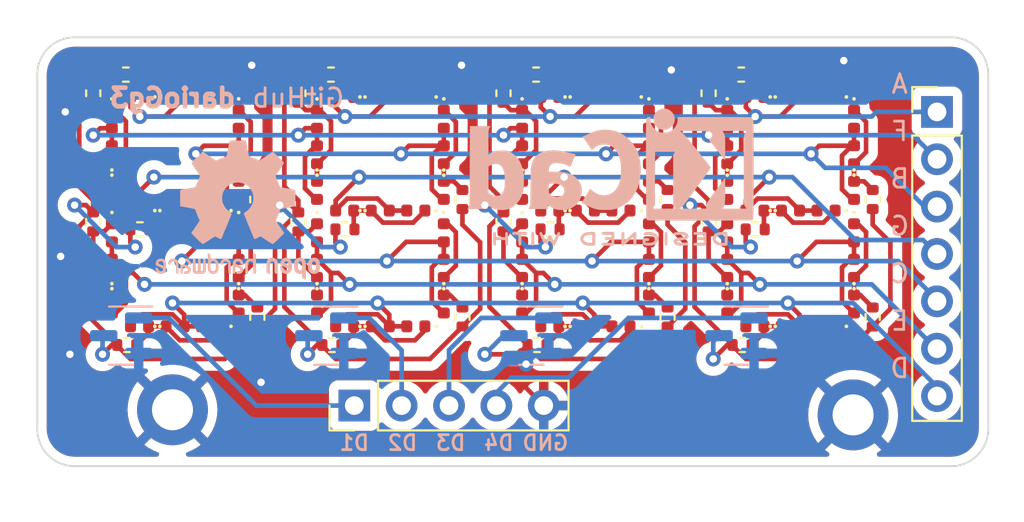
<source format=kicad_pcb>
(kicad_pcb (version 20211014) (generator pcbnew)
  (layers (0 "F.Cu" signal) (31 "B.Cu" signal) (34 "B.Paste" user) (35 "F.Paste" user) (36 "B.SilkS" user "B.Silkscreen") (37 "F.SilkS" user "F.Silkscreen") (38 "B.Mask" user) (39 "F.Mask" user) (44 "Edge.Cuts" user))
  (net 0 "")
  (net 1 "Net-(D1-Pad1)")
  (net 2 "Seg_A")
  (net 3 "Net-(D10-Pad1)")
  (net 4 "Net-(D13-Pad1)")
  (net 5 "Seg_B")
  (net 6 "Net-(D16-Pad1)")
  (net 7 "Net-(D25-Pad1)")
  (net 8 "Seg_C")
  (net 9 "Net-(D28-Pad1)")
  (net 10 "Net-(D37-Pad1)")
  (net 11 "Seg_D")
  (net 12 "Net-(D40-Pad1)")
  (net 13 "Net-(D49-Pad1)")
  (net 14 "Seg_E")
  (net 15 "Net-(D52-Pad1)")
  (net 16 "Net-(D61-Pad1)")
  (net 17 "Seg_F")
  (net 18 "Net-(D64-Pad1)")
  (net 19 "Net-(D73-Pad1)")
  (net 20 "Seg_G")
  (net 21 "Net-(D76-Pad1)")
  (net 22 "N_1")
  (net 23 "GND")
  (net 24 "N_2")
  (net 25 "N_3")
  (net 26 "N_0")
  (net 27 "Net-(Q1-Pad3)")
  (net 28 "Net-(Q2-Pad3)")
  (net 29 "Net-(Q3-Pad3)")
  (net 30 "Net-(Q4-Pad3)")
  (net 31 "Net-(D4-Pad1)")
  (net 32 "Net-(D7-Pad1)")
  (net 33 "Net-(D19-Pad1)")
  (net 34 "Net-(D22-Pad1)")
  (net 35 "Net-(D31-Pad1)")
  (net 36 "Net-(D34-Pad1)")
  (net 37 "Net-(D43-Pad1)")
  (net 38 "Net-(D46-Pad1)")
  (net 39 "Net-(D55-Pad1)")
  (net 40 "Net-(D58-Pad1)")
  (net 41 "Net-(D67-Pad1)")
  (net 42 "Net-(D70-Pad1)")
  (net 43 "Net-(D79-Pad1)")
  (net 44 "Net-(D82-Pad1)")
  (footprint "LED_SMD:LED_0402_1005Metric" (layer "F.Cu") (at 80.8 63.2075 -90)
    (fp_text reference "D6" hide)
    (fp_text value "LED")
  )
  (footprint "LED_SMD:LED_0402_1005Metric" (layer "F.Cu") (at 79.3 58.2 180)
    (fp_text reference "D3" hide)
    (fp_text value "LED")
  )
  (footprint "LED_SMD:LED_0402_1005Metric" (layer "F.Cu") (at 107 59.3925 -90)
    (fp_text reference "D81" hide)
    (fp_text value "LED")
  )
  (footprint "LED_SMD:LED_0402_1005Metric" (layer "F.Cu") (at 112.3 70.5 180)
    (fp_text reference "D73" hide)
    (fp_text value "LED")
  )
  (footprint "Resistor_SMD:R_0402_1005Metric" (layer "F.Cu") (at 73 58 90)
    (fp_text reference "R6" hide)
    (fp_text value "22R")
  )
  (footprint "LED_SMD:LED_0402_1005Metric" (layer "F.Cu") (at 80.8 65.485 -90)
    (fp_text reference "D7" hide)
    (fp_text value "LED")
  )
  (footprint "LED_SMD:LED_0402_1005Metric" (layer "F.Cu") (at 74 63.2075 -90)
    (fp_text reference "D16" hide)
    (fp_text value "LED")
  )
  (footprint "Resistor_SMD:R_0402_1005Metric" (layer "F.Cu") (at 107.8 71.5 180)
    (fp_text reference "R25" hide)
    (fp_text value "22R")
  )
  (footprint "Resistor_SMD:R_0402_1005Metric" (layer "F.Cu") (at 106 64.9 90)
    (fp_text reference "R26" hide)
    (fp_text value "22R")
  )
  (footprint "LED_SMD:LED_0402_1005Metric" (layer "F.Cu") (at 74 61.3 90)
    (fp_text reference "D17" hide)
    (fp_text value "LED")
  )
  (footprint "LED_SMD:LED_0402_1005Metric" (layer "F.Cu") (at 74 59.3925 -90)
    (fp_text reference "D18" hide)
    (fp_text value "LED")
  )
  (footprint "LED_SMD:LED_0402_1005Metric" (layer "F.Cu") (at 96 63.2075 -90)
    (fp_text reference "D58" hide)
    (fp_text value "LED")
  )
  (footprint "LED_SMD:LED_0402_1005Metric" (layer "F.Cu") (at 112.3 58.2 180)
    (fp_text reference "D66" hide)
    (fp_text value "LED")
  )
  (footprint "LED_SMD:LED_0402_1005Metric" (layer "F.Cu") (at 102.8 59.3925 -90)
    (fp_text reference "D46" hide)
    (fp_text value "LED")
  )
  (footprint "LED_SMD:LED_0402_1005Metric" (layer "F.Cu") (at 85 61.3 90)
    (fp_text reference "D38" hide)
    (fp_text value "LED")
  )
  (footprint "LED_SMD:LED_0402_1005Metric" (layer "F.Cu") (at 85 59.3925 -90)
    (fp_text reference "D39" hide)
    (fp_text value "LED")
  )
  (footprint "LED_SMD:LED_0402_1005Metric" (layer "F.Cu") (at 91.8 59.3925 -90)
    (fp_text reference "D25" hide)
    (fp_text value "LED")
  )
  (footprint "LED_SMD:LED_0402_1005Metric" (layer "F.Cu") (at 107 61.3 90)
    (fp_text reference "D80" hide)
    (fp_text value "LED")
  )
  (footprint "LED_SMD:LED_0402_1005Metric" (layer "F.Cu") (at 80.8 67.3925 90)
    (fp_text reference "D8" hide)
    (fp_text value "LED")
  )
  (footprint "LED_SMD:LED_0402_1005Metric" (layer "F.Cu") (at 113.8 65.485 -90)
    (fp_text reference "D70" hide)
    (fp_text value "LED")
  )
  (footprint "LED_SMD:LED_0402_1005Metric" (layer "F.Cu") (at 91.8 67.3925 90)
    (fp_text reference "D29" hide)
    (fp_text value "LED")
  )
  (footprint "Resistor_SMD:R_0402_1005Metric" (layer "F.Cu") (at 95 64.9 90)
    (fp_text reference "R19" hide)
    (fp_text value "22R")
  )
  (footprint "MountingHole:MountingHole_2.2mm_M2_DIN965_Pad" (layer "F.Cu") (at 77.25 74.975)
    (fp_text reference "H1" hide)
    (fp_text value "MHole")
  )
  (footprint "LED_SMD:LED_0402_1005Metric" (layer "F.Cu") (at 102.8 63.2075 -90)
    (fp_text reference "D48" hide)
    (fp_text value "LED")
  )
  (footprint "LED_SMD:LED_0402_1005Metric" (layer "F.Cu") (at 79.3 64.2925 180)
    (fp_text reference "D21" hide)
    (fp_text value "LED")
  )
  (footprint "Resistor_SMD:R_0402_1005Metric" (layer "F.Cu") (at 74.75 57 180)
    (fp_text reference "R1" hide)
    (fp_text value "22R")
  )
  (footprint "Resistor_SMD:R_0402_1005Metric" (layer "F.Cu") (at 92.8 63.7 -90)
    (fp_text reference "R9" hide)
    (fp_text value "22R")
  )
  (footprint "LED_SMD:LED_0402_1005Metric" (layer "F.Cu") (at 113.8 63.2075 -90)
    (fp_text reference "D69" hide)
    (fp_text value "LED")
  )
  (footprint "LED_SMD:LED_0402_1005Metric" (layer "F.Cu") (at 102.8 69.3 -90)
    (fp_text reference "D51" hide)
    (fp_text value "LED")
  )
  (footprint "LED_SMD:LED_0402_1005Metric" (layer "F.Cu") (at 91.8 65.485 -90)
    (fp_text reference "D28" hide)
    (fp_text value "LED")
  )
  (footprint "Resistor_SMD:R_0402_1005Metric" (layer "F.Cu") (at 75.5 65.3 180)
    (fp_text reference "R7" hide)
    (fp_text value "22R")
  )
  (footprint "LED_SMD:LED_0402_1005Metric" (layer "F.Cu") (at 99.3925 64.2925)
    (fp_text reference "D62" hide)
    (fp_text value "LED")
  )
  (footprint "LED_SMD:LED_0402_1005Metric" (layer "F.Cu") (at 80.8 61.3 90)
    (fp_text reference "D5" hide)
    (fp_text value "LED")
  )
  (footprint "LED_SMD:LED_0402_1005Metric" (layer "F.Cu") (at 74 67.3925 90)
    (fp_text reference "D14" hide)
    (fp_text value "LED")
  )
  (footprint "LED_SMD:LED_0402_1005Metric" (layer "F.Cu") (at 113.8 59.3925 -90)
    (fp_text reference "D67" hide)
    (fp_text value "LED")
  )
  (footprint "LED_SMD:LED_0402_1005Metric" (layer "F.Cu") (at 110.3925 64.2925)
    (fp_text reference "D83" hide)
    (fp_text value "LED")
  )
  (footprint "LED_SMD:LED_0402_1005Metric" (layer "F.Cu") (at 96 61.3 90)
    (fp_text reference "D59" hide)
    (fp_text value "LED")
  )
  (footprint "LED_SMD:LED_0402_1005Metric" (layer "F.Cu") (at 97.485 64.2925 180)
    (fp_text reference "D61" hide)
    (fp_text value "LED")
  )
  (footprint "LED_SMD:LED_0402_1005Metric" (layer "F.Cu") (at 96 67.3925 90)
    (fp_text reference "D56" hide)
    (fp_text value "LED")
  )
  (footprint "LED_SMD:LED_0402_1005Metric" (layer "F.Cu") (at 85 69.3 -90)
    (fp_text reference "D34" hide)
    (fp_text value "LED")
  )
  (footprint "Resistor_SMD:R_0402_1005Metric" (layer "F.Cu") (at 84 64.9 90)
    (fp_text reference "R12" hide)
    (fp_text value "22R")
  )
  (footprint "LED_SMD:LED_0402_1005Metric" (layer "F.Cu") (at 101.3 64.2925 180)
    (fp_text reference "D63" hide)
    (fp_text value "LED")
  )
  (footprint "LED_SMD:LED_0402_1005Metric" (layer "F.Cu") (at 90.3 64.2925 180)
    (fp_text reference "D42" hide)
    (fp_text value "LED")
  )
  (footprint "LED_SMD:LED_0402_1005Metric" (layer "F.Cu") (at 102.8 67.3925 90)
    (fp_text reference "D50" hide)
    (fp_text value "LED")
  )
  (footprint "Resistor_SMD:R_0402_1005Metric" (layer "F.Cu") (at 85.75 57 180)
    (fp_text reference "R8" hide)
    (fp_text value "22R")
  )
  (footprint "Resistor_SMD:R_0402_1005Metric" (layer "F.Cu") (at 108.5 65.3 180)
    (fp_text reference "R28" hide)
    (fp_text value "22R")
  )
  (footprint "Resistor_SMD:R_0402_1005Metric" (layer "F.Cu") (at 73 64.9 90)
    (fp_text reference "R5" hide)
    (fp_text value "22R")
  )
  (footprint "LED_SMD:LED_0402_1005Metric" (layer "F.Cu") (at 90.3 70.5 180)
    (fp_text reference "D31" hide)
    (fp_text value "LED")
  )
  (footprint "LED_SMD:LED_0402_1005Metric" (layer "F.Cu") (at 80.8 59.3925 -90)
    (fp_text reference "D4" hide)
    (fp_text value "LED")
  )
  (footprint "Resistor_SMD:R_0402_1005Metric" (layer "F.Cu") (at 84 58 90)
    (fp_text reference "R13" hide)
    (fp_text value "22R")
  )
  (footprint "LED_SMD:LED_0402_1005Metric" (layer "F.Cu") (at 75.485 58.2 180)
    (fp_text reference "D1" hide)
    (fp_text value "LED")
  )
  (footprint "LED_SMD:LED_0402_1005Metric" (layer "F.Cu") (at 90.3 58.2 180)
    (fp_text reference "D24" hide)
    (fp_text value "LED")
  )
  (footprint "Resistor_SMD:R_0402_1005Metric" (layer "F.Cu") (at 103.8 63.7 -90)
    (fp_text reference "R16" hide)
    (fp_text value "22R")
  )
  (footprint "Resistor_SMD:R_0402_1005Metric" (layer "F.Cu") (at 81.8 63.7 -90)
    (fp_text reference "R2" hide)
    (fp_text value "22R")
  )
  (footprint "LED_SMD:LED_0402_1005Metric" (layer "F.Cu") (at 107 69.3 -90)
    (fp_text reference "D76" hide)
    (fp_text value "LED")
  )
  (footprint "LED_SMD:LED_0402_1005Metric" (layer "F.Cu") (at 113.8 69.3 -90)
    (fp_text reference "D72" hide)
    (fp_text value "LED")
  )
  (footprint "LED_SMD:LED_0402_1005Metric" (layer "F.Cu") (at 97.485 70.5 180)
    (fp_text reference "D54" hide)
    (fp_text value "LED")
  )
  (footprint "Resistor_SMD:R_0402_1005Metric" (layer "F.Cu") (at 81.8 70 -90)
    (fp_text reference "R3" hide)
    (fp_text value "22R")
  )
  (footprint "LED_SMD:LED_0402_1005Metric" (layer "F.Cu") (at 80.8 69.3 -90)
    (fp_text reference "D9" hide)
    (fp_text value "LED")
  )
  (footprint "LED_SMD:LED_0402_1005Metric" (layer "F.Cu") (at 77.3925 64.2925)
    (fp_text reference "D20" hide)
    (fp_text value "LED")
  )
  (footprint "LED_SMD:LED_0402_1005Metric" (layer "F.Cu") (at 86.485 64.2925 180)
    (fp_text reference "D40" hide)
    (fp_text value "LED")
  )
  (footprint "LED_SMD:LED_0402_1005Metric" (layer "F.Cu") (at 112.3 64.2925 180)
    (fp_text reference "D84" hide)
    (fp_text value "LED")
  )
  (footprint "LED_SMD:LED_0402_1005Metric" (layer "F.Cu") (at 101.3 58.2 180)
    (fp_text reference "D45" hide)
    (fp_text value "LED")
  )
  (footprint "LED_SMD:LED_0402_1005Metric" (layer "F.Cu") (at 99.3925 70.5)
    (fp_text reference "D53" hide)
    (fp_text value "LED")
  )
  (footprint "Resistor_SMD:R_0402_1005Metric" (layer "F.Cu") (at 114.8 70 -90)
    (fp_text reference "R24" hide)
    (fp_text value "22R")
  )
  (footprint "LED_SMD:LED_0402_1005Metric" (layer "F.Cu") (at 77.3925 58.2)
    (fp_text reference "D2" hide)
    (fp_text value "LED")
  )
  (footprint "LED_SMD:LED_0402_1005Metric" (layer "F.Cu") (at 77.3925 70.5)
    (fp_text reference "D11" hide)
    (fp_text value "LED")
  )
  (footprint "Connector_PinHeader_2.54mm:PinHeader_1x05_P2.54mm_Vertical" (layer "F.Cu") (at 87 74.75 90)
    (fp_text reference "J1" hide)
    (fp_text value "Conn_01x05")
  )
  (footprint "LED_SMD:LED_0402_1005Metric" (layer "F.Cu") (at 96 59.3925 -90)
    (fp_text reference "D60" hide)
    (fp_text value "LED")
  )
  (footprint "LED_SMD:LED_0402_1005Metric" (layer "F.Cu") (at 101.3 70.5 180)
    (fp_text reference "D52" hide)
    (fp_text value "LED")
  )
  (footprint "LED_SMD:LED_0402_1005Metric" (layer "F.Cu") (at 91.8 61.3 90)
    (fp_text reference "D26" hide)
    (fp_text value "LED")
  )
  (footprint "Resistor_SMD:R_0402_1005Metric" (layer "F.Cu") (at 103.8 70 -90)
    (fp_text reference "R17" hide)
    (fp_text value "22R")
  )
  (footprint "LED_SMD:LED_0402_1005Metric" (layer "F.Cu") (at 91.8 69.3 -90)
    (fp_text reference "D30" hide)
    (fp_text value "LED")
  )
  (footprint "LED_SMD:LED_0402_1005Metric" (layer "F.Cu") (at 96 65.485 -90)
    (fp_text reference "D57" hide)
    (fp_text value "LED")
  )
  (footprint "Resistor_SMD:R_0402_1005Metric" (layer "F.Cu") (at 96.8 71.5 180)
    (fp_text reference "R18" hide)
    (fp_text value "22R")
  )
  (footprint "LED_SMD:LED_0402_1005Metric" (layer "F.Cu") (at 85 67.3925 90)
    (fp_text reference "D35" hide)
    (fp_text value "LED")
  )
  (footprint "LED_SMD:LED_0402_1005Metric" (layer "F.Cu") (at 108.485 70.5 180)
    (fp_text reference "D75" hide)
    (fp_text value "LED")
  )
  (footprint "LED_SMD:LED_0402_1005Metric" (layer "F.Cu") (at 79.3 70.5 180)
    (fp_text reference "D10" hide)
    (fp_text value "LED")
  )
  (footprint "LED_SMD:LED_0402_1005Metric" (layer "F.Cu") (at 110.3925 70.5)
    (fp_text reference "D74" hide)
    (fp_text value "LED")
  )
  (footprint "LED_SMD:LED_0402_1005Metric" (layer "F.Cu") (at 91.8 63.2075 -90)
    (fp_text reference "D27" hide)
    (fp_text value "LED")
  )
  (footprint "Connector_PinHeader_2.54mm:PinHeader_1x07_P2.54mm_Vertical" (layer "F.Cu") (at 118.25 59)
    (fp_text reference "J2" hide)
    (fp_text value "Conn_01x07")
  )
  (footprint "Resistor_SMD:R_0402_1005Metric" (layer "F.Cu") (at 95 58 90)
    (fp_text reference "R20" hide)
    (fp_text value "22R")
  )
  (footprint "Resistor_SMD:R_0402_1005Metric" (layer "F.Cu") (at 107.75 57 180)
    (fp_text reference "R22" hide)
    (fp_text value "22R")
  )
  (footprint "LED_SMD:LED_0402_1005Metric" (layer "F.Cu") (at 102.8 65.485 -90)
    (fp_text reference "D49" hide)
    (fp_text value "LED")
  )
  (footprint "Resistor_SMD:R_0402_1005Metric" (layer "F.Cu") (at 96.75 57 180)
    (fp_text reference "R15" hide)
    (fp_text value "22R")
  )
  (footprint "LED_SMD:LED_0402_1005Metric" (layer "F.Cu") (at 75.485 70.5 180)
    (fp_text reference "D12" hide)
    (fp_text value "LED")
  )
  (footprint "LED_SMD:LED_0402_1005Metric" (layer "F.Cu") (at 74 65.485 -90)
    (fp_text reference "D15" hide)
    (fp_text value "LED")
  )
  (footprint "LED_SMD:LED_0402_1005Metric" (layer "F.Cu") (at 110.3925 58.2)
    (fp_text reference "D65" hide)
    (fp_text value "LED")
  )
  (footprint "LED_SMD:LED_0402_1005Metric" (layer "F.Cu") (at 86.485 58.2 180)
    (fp_text reference "D22" hide)
    (fp_text value "LED")
  )
  (footprint "MountingHole:MountingHole_2.2mm_M2_DIN965_Pad" (layer "F.Cu") (at 113.75 75.25)
    (fp_text reference "H2" hide)
    (fp_text value "MHole")
  )
  (footprint "Resistor_SMD:R_0402_1005Metric" (layer "F.Cu") (at 86.5 65.3 180)
    (fp_text reference "R14" hide)
    (fp_text value "22R")
  )
  (footprint "LED_SMD:LED_0402_1005Metric" (layer "F.Cu") (at 85 63.2075 -90)
    (fp_text reference "D37" hide)
    (fp_text value "LED")
  )
  (footprint "LED_SMD:LED_0402_1005Metric" (layer "F.Cu") (at 107 63.2075 -90)
    (fp_text reference "D79" hide)
    (fp_text value "LED")
  )
  (footprint "Resistor_SMD:R_0402_1005Metric" (layer "F.Cu") (at 74.8 71.5 180)
    (fp_text reference "R4" hide)
    (fp_text value "22R")
  )
  (footprint "LED_SMD:LED_0402_1005Metric" (layer "F.Cu") (at 99.3925 58.2)
    (fp_text reference "D44" hide)
    (fp_text value "LED")
  )
  (footprint "LED_SMD:LED_0402_1005Metric" (layer "F.Cu") (at 113.8 61.3 90)
    (fp_text reference "D68" hide)
    (fp_text value "LED")
  )
  (footprint "Resistor_SMD:R_0402_1005Metric" (layer "F.Cu") (at 92.8 70 -90)
    (fp_text reference "R10" hide)
    (fp_text value "22R")
  )
  (footprint "LED_SMD:LED_0402_1005Metric" (layer "F.Cu") (at 108.485 64.2925 180)
    (fp_text reference "D82" hide)
    (fp_text value "LED")
  )
  (footprint "LED_SMD:LED_0402_1005Metric" (layer "F.Cu") (at 107 67.3925 90)
    (fp_text reference "D77" hide)
    (fp_text value "LED")
  )
  (footprint "LED_SMD:LED_0402_1005Metric" (layer "F.Cu") (at 75.485 64.2925 180)
    (fp_text reference "D19" hide)
    (fp_text value "LED")
  )
  (footprint "LED_SMD:LED_0402_1005Metric" (layer "F.Cu") (at 86.485 70.5 180)
    (fp_text reference "D33" hide)
    (fp_text value "LED")
  )
  (footprint "Resistor_SMD:R_0402_1005Metric" (layer "F.Cu") (at 97.5 65.3 180)
    (fp_text reference "R21" hide)
    (fp_text value "22R")
  )
  (footprint "LED_SMD:LED_0402_1005Metric" (layer "F.Cu") (at 74 69.3 -90)
    (fp_text reference "D13" hide)
    (fp_text value "LED")
  )
  (footprint "LED_SMD:LED_0402_1005Metric" (layer "F.Cu") (at 107 65.485 -90)
    (fp_text reference "D78" hide)
    (fp_text value "LED")
  )
  (footprint "LED_SMD:LED_0402_1005Metric" (layer "F.Cu") (at 113.8 67.3925 90)
    (fp_text reference "D71" hide)
    (fp_text value "LED")
  )
  (footprint "LED_SMD:LED_0402_1005Metric" (layer "F.Cu") (at 108.485 58.2 180)
    (fp_text reference "D64" hide)
    (fp_text value "LED")
  )
  (footprint "LED_SMD:LED_0402_1005Metric" (layer "F.Cu") (at 88.3925 58.2)
    (fp_text reference "D23" hide)
    (fp_text value "LED")
  )
  (footprint "LED_SMD:LED_0402_1005Metric" (layer "F.Cu") (at 96 69.3 -90)
    (fp_text reference "D55" hide)
    (fp_text value "LED")
  )
  (footprint "LED_SMD:LED_0402_1005Metric" (layer "F.Cu") (at 102.8 61.3 90)
    (fp_text reference "D47" hide)
    (fp_text value "LED")
  )
  (footprint "LED_SMD:LED_0402_1005Metric" (layer "F.Cu") (at 88.3925 64.2925)
    (fp_text reference "D41" hide)
    (fp_text value "LED")
  )
  (footprint "LED_SMD:LED_0402_1005Metric" (layer "F.Cu") (at 85 65.485 -90)
    (fp_text reference "D36" hide)
    (fp_text value "LED")
  )
  (footprint "LED_SMD:LED_0402_1005Metric" (layer "F.Cu") (at 88.3925 70.5)
    (fp_text reference "D32" hide)
    (fp_text value "LED")
  )
  (footprint "Resistor_SMD:R_0402_1005Metric" (layer "F.Cu") (at 114.8 63.7 -90)
    (fp_text reference "R23" hide)
    (fp_text value "22R")
  )
  (footprint "Resistor_SMD:R_0402_1005Metric" (layer "F.Cu") (at 106 58 90)
    (fp_text reference "R27" hide)
    (fp_text value "22R")
  )
  (footprint "LED_SMD:LED_0402_1005Metric" (layer "F.Cu") (at 97.485 58.2 180)
    (fp_text reference "D43" hide)
    (fp_text value "LED")
  )
  (footprint "Resistor_SMD:R_0402_1005Metric" (layer "F.Cu") (at 85.8 71.5 180)
    (fp_text reference "R11" hide)
    (fp_text value "22R")
  )
  (footprint "Package_TO_SOT_SMD:SOT-23" (layer "B.Cu") (at 85.5 71 180)
    (fp_text reference "Q2" hide)
    (fp_text value "2N7002")
  )
  (footprint "Package_TO_SOT_SMD:SOT-23" (layer "B.Cu") (at 96.5 71 180)
    (fp_text reference "Q3" hide)
    (fp_text value "2N7002")
  )
  (footprint "Package_TO_SOT_SMD:SOT-23" (layer "B.Cu") (at 74.5 71 180)
    (fp_text reference "Q1" hide)
    (fp_text value "2N7002")
  )
  (footprint "Package_TO_SOT_SMD:SOT-23" (layer "B.Cu") (at 107.5 71 180)
    (fp_text reference "Q4" hide)
    (fp_text value "2N7002")
  )
  (footprint "Symbol:OSHW-Logo2_9.8x8mm_SilkScreen" (layer "B.Cu") (at 80.75 64.25 180)
    (fp_text reference "REF**" hide)
    (fp_text value "OSHW-Logo2_9.8x8mm_SilkScreen" hide)
  )
  (footprint "Symbol:KiCad-Logo2_6mm_SilkScreen" (layer "B.Cu") (at 100.75 61.804848 180)
    (fp_text reference "REF**" hide)
    (fp_text value "KiCad-Logo2_6mm_SilkScreen" hide)
  )
  (gr_arc (start 72 78) (mid 70.585786 77.414214) (end 70 76) (layer "Edge.Cuts") (width 0.1))
  (gr_arc (start 121 76) (mid 120.414214 77.414214) (end 119 78) (layer "Edge.Cuts") (width 0.1))
  (gr_arc (start 119 55) (mid 120.414214 55.585786) (end 121 57) (layer "Edge.Cuts") (width 0.1))
  (gr_line (start 70 76) (end 70 57) (layer "Edge.Cuts") (width 0.1))
  (gr_line (start 121 57) (end 121 76) (layer "Edge.Cuts") (width 0.1))
  (gr_arc (start 70 57) (mid 70.585786 55.585786) (end 72 55) (layer "Edge.Cuts") (width 0.1))
  (gr_line (start 72 55) (end 119 55) (layer "Edge.Cuts") (width 0.1))
  (gr_line (start 119 78) (end 72 78) (layer "Edge.Cuts") (width 0.1))
  (gr_text "A" (at 116.25 57.5) (layer "B.SilkS") (effects (font (size 1 1)) (justify mirror)))
  (gr_text "D3" (at 92.166666 76.75) (layer "B.SilkS") (effects (font (size 0.8 0.8)) (justify mirror)))
  (gr_text "E" (at 116.25 70.20833) (layer "B.SilkS") (effects (font (size 1 1)) (justify mirror)))
  (gr_text "B" (at 116.25 62.583332) (layer "B.SilkS") (effects (font (size 1 1)) (justify mirror)))
  (gr_text "GND" (at 97.25 76.75) (layer "B.SilkS") (effects (font (size 0.8 0.8)) (justify mirror)))
  (gr_text "G" (at 116.25 65.124998) (layer "B.SilkS") (effects (font (size 1 1)) (justify mirror)))
  (gr_text "D4" (at 94.75 76.75) (layer "B.SilkS") (effects (font (size 0.8 0.8)) (justify mirror)))
  (gr_text "D2" (at 89.583333 76.75) (layer "B.SilkS") (effects (font (size 0.8 0.8)) (justify mirror)))
  (gr_text "GitHub" (at 84 58.25) (layer "B.SilkS") (effects (font (size 1 1)) (justify mirror)))
  (gr_text "darioGg3" (at 77.25 58.25) (layer "B.SilkS") (effects (font (size 1 1) (thickness 0.25)) (justify mirror)))
  (gr_text "F" (at 116.25 60.041666) (layer "B.SilkS") (effects (font (size 1 1)) (justify mirror)))
  (gr_text "D1" (at 87 76.75) (layer "B.SilkS") (effects (font (size 0.8 0.8)) (justify mirror)))
  (gr_text "D" (at 116.25 72.75) (layer "B.SilkS") (effects (font (size 1 1)) (justify mirror)))
  (gr_text "C" (at 116.25 67.666664) (layer "B.SilkS") (effects (font (size 1 1)) (justify mirror)))
  (segment (start 75.97 57.71) (end 75.97 58.2) (width 0.25) (layer "F.Cu") (net 1))
  (segment (start 77.534483 57.55548) (end 79.158017 57.55548) (width 0.25) (layer "F.Cu") (net 1))
  (segment (start 75.26 57) (end 75.97 57.71) (width 0.25) (layer "F.Cu") (net 1))
  (segment (start 76.9075 58.182463) (end 77.534483 57.55548) (width 0.25) (layer "F.Cu") (net 1))
  (segment (start 76.9075 58.2) (end 76.9075 58.182463) (width 0.25) (layer "F.Cu") (net 1))
  (segment (start 75.97 58.2) (end 76.9075 58.2) (width 0.25) (layer "F.Cu") (net 1))
  (segment (start 79.785 58.182463) (end 79.785 58.2) (width 0.25) (layer "F.Cu") (net 1))
  (segment (start 79.158017 57.55548) (end 79.785 58.182463) (width 0.25) (layer "F.Cu") (net 1))
  (segment (start 77.8775 58.2) (end 77.8775 58.217537) (width 0.25) (layer "F.Cu") (net 2))
  (segment (start 86 58.2) (end 86 58.75) (width 0.25) (layer "F.Cu") (net 2))
  (segment (start 78.815 58.2) (end 77.8775 58.2) (width 0.25) (layer "F.Cu") (net 2))
  (segment (start 99.8775 58.2) (end 99.8775 58.217537) (width 0.25) (layer "F.Cu") (net 2))
  (segment (start 108 58.75) (end 108.5 59.25) (width 0.25) (layer "F.Cu") (net 2))
  (segment (start 108 58.2) (end 108 58.75) (width 0.25) (layer "F.Cu") (net 2))
  (segment (start 77.8775 58.217537) (end 76.845037 59.25) (width 0.25) (layer "F.Cu") (net 2))
  (segment (start 86 58.75) (end 86.5 59.25) (width 0.25) (layer "F.Cu") (net 2))
  (segment (start 88.8775 58.2) (end 88.8775 58.217537) (width 0.25) (layer "F.Cu") (net 2))
  (segment (start 100.815 58.2) (end 99.8775 58.2) (width 0.25) (layer "F.Cu") (net 2))
  (segment (start 76.845037 59.25) (end 75.5 59.25) (width 0.25) (layer "F.Cu") (net 2))
  (segment (start 75 58.2) (end 75 58.75) (width 0.25) (layer "F.Cu") (net 2))
  (segment (start 111.815 58.2) (end 110.8775 58.2) (width 0.25) (layer "F.Cu") (net 2))
  (segment (start 109.845037 59.25) (end 108.5 59.25) (width 0.25) (layer "F.Cu") (net 2))
  (segment (start 89.815 58.2) (end 88.8775 58.2) (width 0.25) (layer "F.Cu") (net 2))
  (segment (start 98.845037 59.25) (end 97.5 59.25) (width 0.25) (layer "F.Cu") (net 2))
  (segment (start 97 58.75) (end 97.5 59.25) (width 0.25) (layer "F.Cu") (net 2))
  (segment (start 110.8775 58.217537) (end 109.845037 59.25) (width 0.25) (layer "F.Cu") (net 2))
  (segment (start 110.8775 58.2) (end 110.8775 58.217537) (width 0.25) (layer "F.Cu") (net 2))
  (segment (start 87.845037 59.25) (end 86.5 59.25) (width 0.25) (layer "F.Cu") (net 2))
  (segment (start 88.8775 58.217537) (end 87.845037 59.25) (width 0.25) (layer "F.Cu") (net 2))
  (segment (start 99.8775 58.217537) (end 98.845037 59.25) (width 0.25) (layer "F.Cu") (net 2))
  (segment (start 75 58.75) (end 75.5 59.25) (width 0.25) (layer "F.Cu") (net 2))
  (segment (start 97 58.2) (end 97 58.75) (width 0.25) (layer "F.Cu") (net 2))
  (via (at 108.5 59.25) (size 0.8) (drill 0.4) (layers "F.Cu" "B.Cu") (net 2))
  (via (at 75.5 59.25) (size 0.8) (drill 0.4) (layers "F.Cu" "B.Cu") (net 2))
  (via (at 97.5 59.25) (size 0.8) (drill 0.4) (layers "F.Cu" "B.Cu") (net 2))
  (via (at 86.5 59.25) (size 0.8) (drill 0.4) (layers "F.Cu" "B.Cu") (net 2))
  (segment (start 114.75 59.25) (end 115 59) (width 0.25) (layer "B.Cu") (net 2))
  (segment (start 108.5 59.25) (end 114.75 59.25) (width 0.25) (layer "B.Cu") (net 2))
  (segment (start 115 59) (end 118.25 59) (width 0.25) (layer "B.Cu") (net 2))
  (segment (start 97.5 59.25) (end 108.5 59.25) (width 0.25) (layer "B.Cu") (net 2))
  (segment (start 75.5 59.25) (end 86.5 59.25) (width 0.25) (layer "B.Cu") (net 2))
  (segment (start 86.5 59.25) (end 97.5 59.25) (width 0.25) (layer "B.Cu") (net 2))
  (segment (start 75.97 70.5) (end 76.9075 70.5) (width 0.25) (layer "F.Cu") (net 3))
  (segment (start 75.97 70.84) (end 75.31 71.5) (width 0.25) (layer "F.Cu") (net 3))
  (segment (start 79.785 70.715) (end 79.25 71.25) (width 0.25) (layer "F.Cu") (net 3))
  (segment (start 76.9075 70.517537) (end 76.9075 70.5) (width 0.25) (layer "F.Cu") (net 3))
  (segment (start 75.97 70.5) (end 75.97 70.84) (width 0.25) (layer "F.Cu") (net 3))
  (segment (start 79.25 71.25) (end 77.639963 71.25) (width 0.25) (layer "F.Cu") (net 3))
  (segment (start 77.639963 71.25) (end 76.9075 70.517537) (width 0.25) (layer "F.Cu") (net 3))
  (segment (start 79.785 70.5) (end 79.785 70.715) (width 0.25) (layer "F.Cu") (net 3))
  (segment (start 74 67.8775) (end 73.982463 67.8775) (width 0.25) (layer "F.Cu") (net 4))
  (segment (start 73.982463 67.8775) (end 73 66.895037) (width 0.25) (layer "F.Cu") (net 4))
  (segment (start 73.59 65.41) (end 74 65) (width 0.25) (layer "F.Cu") (net 4))
  (segment (start 73 66.895037) (end 73 65.41) (width 0.25) (layer "F.Cu") (net 4))
  (segment (start 73 65.41) (end 73.59 65.41) (width 0.25) (layer "F.Cu") (net 4))
  (segment (start 74 68.815) (end 74 67.8775) (width 0.25) (layer "F.Cu") (net 4))
  (segment (start 113.8 63.6925) (end 113.6925 63.6925) (width 0.25) (layer "F.Cu") (net 5))
  (segment (start 113.685 60.815) (end 113.8 60.815) (width 0.25) (layer "F.Cu") (net 5))
  (segment (start 80.8 63.6925) (end 80.6925 63.6925) (width 0.25) (layer "F.Cu") (net 5))
  (segment (start 113.15548 63.15548) (end 113.15548 61.34452) (width 0.25) (layer "F.Cu") (net 5))
  (segment (start 91.8 60.815) (end 91.8 59.8775) (width 0.25) (layer "F.Cu") (net 5))
  (segment (start 111.935 60.815) (end 113.8 60.815) (width 0.25) (layer "F.Cu") (net 5))
  (segment (start 91.685 60.815) (end 91.8 60.815) (width 0.25) (layer "F.Cu") (net 5))
  (segment (start 89.5 61.25) (end 89.935 60.815) (width 0.25) (layer "F.Cu") (net 5))
  (segment (start 102.15548 63.15548) (end 102.15548 61.34452) (width 0.25) (layer "F.Cu") (net 5))
  (segment (start 113.6925 63.6925) (end 113.15548 63.15548) (width 0.25) (layer "F.Cu") (net 5))
  (segment (start 91.8 63.6925) (end 91.6925 63.6925) (width 0.25) (layer "F.Cu") (net 5))
  (segment (start 91.15548 63.15548) (end 91.15548 61.34452) (width 0.25) (layer "F.Cu") (net 5))
  (segment (start 102.6925 63.6925) (end 102.15548 63.15548) (width 0.25) (layer "F.Cu") (net 5))
  (segment (start 111.5 61.25) (end 111.935 60.815) (width 0.25) (layer "F.Cu") (net 5))
  (segment (start 80.685 60.815) (end 80.8 60.815) (width 0.25) (layer "F.Cu") (net 5))
  (segment (start 102.685 60.815) (end 102.8 60.815) (width 0.25) (layer "F.Cu") (net 5))
  (segment (start 89.935 60.815) (end 91.8 60.815) (width 0.25) (layer "F.Cu") (net 5))
  (segment (start 80.15548 63.15548) (end 80.15548 61.34452) (width 0.25) (layer "F.Cu") (net 5))
  (segment (start 78.935 60.815) (end 80.8 60.815) (width 0.25) (layer "F.Cu") (net 5))
  (segment (start 113.8 60.815) (end 113.8 59.8775) (width 0.25) (layer "F.Cu") (net 5))
  (segment (start 100.5 61.25) (end 100.935 60.815) (width 0.25) (layer "F.Cu") (net 5))
  (segment (start 80.15548 61.34452) (end 80.685 60.815) (width 0.25) (layer "F.Cu") (net 5))
  (segment (start 91.15548 61.34452) (end 91.685 60.815) (width 0.25) (layer "F.Cu") (net 5))
  (segment (start 100.935 60.815) (end 102.8 60.815) (width 0.25) (layer "F.Cu") (net 5))
  (segment (start 80.6925 63.6925) (end 80.15548 63.15548) (width 0.25) (layer "F.Cu") (net 5))
  (segment (start 102.8 63.6925) (end 102.6925 63.6925) (width 0.25) (layer "F.Cu") (net 5))
  (segment (start 78.5 61.25) (end 78.935 60.815) (width 0.25) (layer "F.Cu") (net 5))
  (segment (start 91.6925 63.6925) (end 91.15548 63.15548) (width 0.25) (layer "F.Cu") (net 5))
  (segment (start 80.8 60.815) (end 80.8 59.8775) (width 0.25) (layer "F.Cu") (net 5))
  (segment (start 102.8 60.815) (end 102.8 59.8775) (width 0.25) (layer "F.Cu") (net 5))
  (segment (start 113.15548 61.34452) (end 113.685 60.815) (width 0.25) (layer "F.Cu") (net 5))
  (segment (start 102.15548 61.34452) (end 102.685 60.815) (width 0.25) (layer "F.Cu") (net 5))
  (via (at 89.5 61.25) (size 0.8) (drill 0.4) (layers "F.Cu" "B.Cu") (net 5))
  (via (at 100.5 61.25) (size 0.8) (drill 0.4) (layers "F.Cu" "B.Cu") (net 5))
  (via (at 111.5 61.25) (size 0.8) (drill 0.4) (layers "F.Cu" "B.Cu") (net 5))
  (via (at 78.5 61.25) (size 0.8) (drill 0.4) (layers "F.Cu" "B.Cu") (net 5))
  (segment (start 111.5 61.25) (end 112.25 62) (width 0.25) (layer "B.Cu") (net 5))
  (segment (start 89.5 61.25) (end 100.5 61.25) (width 0.25) (layer "B.Cu") (net 5))
  (segment (start 112.25 62) (end 115.5 62) (width 0.25) (layer "B.Cu") (net 5))
  (segment (start 117.58 64.08) (end 118.25 64.08) (width 0.25) (layer "B.Cu") (net 5))
  (segment (start 115.5 62) (end 117.58 64.08) (width 0.25) (layer "B.Cu") (net 5))
  (segment (start 100.5 61.25) (end 111.5 61.25) (width 0.25) (layer "B.Cu") (net 5))
  (segment (start 78.5 61.25) (end 89.5 61.25) (width 0.25) (layer "B.Cu") (net 5))
  (segment (start 74.75 61.052537) (end 74.75 59.5) (width 0.25) (layer "F.Cu") (net 6))
  (segment (start 74.75 59.5) (end 74.1575 58.9075) (width 0.25) (layer "F.Cu") (net 6))
  (segment (start 74 58.9075) (end 73.3975 58.9075) (width 0.25) (layer "F.Cu") (net 6))
  (segment (start 74 61.785) (end 74.017537 61.785) (width 0.25) (layer "F.Cu") (net 6))
  (segment (start 74.1575 58.9075) (end 74 58.9075) (width 0.25) (layer "F.Cu") (net 6))
  (segment (start 73.3975 58.9075) (end 73 58.51) (width 0.25) (layer "F.Cu") (net 6))
  (segment (start 74 62.7225) (end 74 61.785) (width 0.25) (layer "F.Cu") (net 6))
  (segment (start 74.017537 61.785) (end 74.75 61.052537) (width 0.25) (layer "F.Cu") (net 6))
  (segment (start 91.8 62.7225) (end 92.3325 62.7225) (width 0.25) (layer "F.Cu") (net 7))
  (segment (start 92.3325 62.7225) (end 92.8 63.19) (width 0.25) (layer "F.Cu") (net 7))
  (segment (start 91.817537 58.9075) (end 92.44452 59.534483) (width 0.25) (layer "F.Cu") (net 7))
  (segment (start 91.817537 61.785) (end 91.8 61.785) (width 0.25) (layer "F.Cu") (net 7))
  (segment (start 91.8 62.7225) (end 91.8 61.785) (width 0.25) (layer "F.Cu") (net 7))
  (segment (start 92.44452 59.534483) (end 92.44452 61.158017) (width 0.25) (layer "F.Cu") (net 7))
  (segment (start 92.44452 61.158017) (end 91.817537 61.785) (width 0.25) (layer "F.Cu") (net 7))
  (segment (start 91.8 58.9075) (end 91.817537 58.9075) (width 0.25) (layer "F.Cu") (net 7))
  (segment (start 102.15548 69.158017) (end 102.15548 67.34452) (width 0.25) (layer "F.Cu") (net 8))
  (segment (start 100.78 65.97) (end 102.8 65.97) (width 0.25) (layer "F.Cu") (net 8))
  (segment (start 113.15548 67.34452) (end 113.5925 66.9075) (width 0.25) (layer "F.Cu") (net 8))
  (segment (start 89.78 65.97) (end 91.8 65.97) (width 0.25) (layer "F.Cu") (net 8))
  (segment (start 91.8 66.9075) (end 91.8 65.97) (width 0.25) (layer "F.Cu") (net 8))
  (segment (start 91.782463 69.785) (end 91.15548 69.158017) (width 0.25) (layer "F.Cu") (net 8))
  (segment (start 102.8 66.9075) (end 102.8 65.97) (width 0.25) (layer "F.Cu") (net 8))
  (segment (start 102.5925 66.9075) (end 102.8 66.9075) (width 0.25) (layer "F.Cu") (net 8))
  (segment (start 78.78 65.97) (end 80.8 65.97) (width 0.25) (layer "F.Cu") (net 8))
  (segment (start 113.5925 66.9075) (end 113.8 66.9075) (width 0.25) (layer "F.Cu") (net 8))
  (segment (start 80.8 69.785) (end 80.782463 69.785) (width 0.25) (layer "F.Cu") (net 8))
  (segment (start 80.5925 66.9075) (end 80.8 66.9075) (width 0.25) (layer "F.Cu") (net 8))
  (segment (start 80.8 66.9075) (end 80.8 65.97) (width 0.25) (layer "F.Cu") (net 8))
  (segment (start 110.75 67) (end 111.78 65.97) (width 0.25) (layer "F.Cu") (net 8))
  (segment (start 91.5925 66.9075) (end 91.8 66.9075) (width 0.25) (layer "F.Cu") (net 8))
  (segment (start 80.782463 69.785) (end 80.15548 69.158017) (width 0.25) (layer "F.Cu") (net 8))
  (segment (start 99.75 67) (end 100.78 65.97) (width 0.25) (layer "F.Cu") (net 8))
  (segment (start 111.78 65.97) (end 113.8 65.97) (width 0.25) (layer "F.Cu") (net 8))
  (segment (start 102.8 69.785) (end 102.782463 69.785) (width 0.25) (layer "F.Cu") (net 8))
  (segment (start 80.15548 69.158017) (end 80.15548 67.34452) (width 0.25) (layer "F.Cu") (net 8))
  (segment (start 102.15548 67.34452) (end 102.5925 66.9075) (width 0.25) (layer "F.Cu") (net 8))
  (segment (start 91.15548 67.34452) (end 91.5925 66.9075) (width 0.25) (layer "F.Cu") (net 8))
  (segment (start 113.8 66.9075) (end 113.8 65.97) (width 0.25) (layer "F.Cu") (net 8))
  (segment (start 88.75 67) (end 89.78 65.97) (width 0.25) (layer "F.Cu") (net 8))
  (segment (start 91.15548 69.158017) (end 91.15548 67.34452) (width 0.25) (layer "F.Cu") (net 8))
  (segment (start 113.782463 69.785) (end 113.15548 69.158017) (width 0.25) (layer "F.Cu") (net 8))
  (segment (start 113.15548 69.158017) (end 113.15548 67.34452) (width 0.25) (layer "F.Cu") (net 8))
  (segment (start 80.15548 67.34452) (end 80.5925 66.9075) (width 0.25) (layer "F.Cu") (net 8))
  (segment (start 102.782463 69.785) (end 102.15548 69.158017) (width 0.25) (layer "F.Cu") (net 8))
  (segment (start 91.8 69.785) (end 91.782463 69.785) (width 0.25) (layer "F.Cu") (net 8))
  (segment (start 113.8 69.785) (end 113.782463 69.785) (width 0.25) (layer "F.Cu") (net 8))
  (segment (start 77.75 67) (end 78.78 65.97) (width 0.25) (layer "F.Cu") (net 8))
  (via (at 88.75 67) (size 0.8) (drill 0.4) (layers "F.Cu" "B.Cu") (net 8))
  (via (at 77.75 67) (size 0.8) (drill 0.4) (layers "F.Cu" "B.Cu") (net 8))
  (via (at 99.75 67) (size 0.8) (drill 0.4) (layers "F.Cu" "B.Cu") (net 8))
  (via (at 110.75 67) (size 0.8) (drill 0.4) (layers "F.Cu" "B.Cu") (net 8))
  (segment (start 99.75 67) (end 110.75 67) (width 0.25) (layer "B.Cu") (net 8))
  (segment (start 110.75 67) (end 116.17 67) (width 0.25) (layer "B.Cu") (net 8))
  (segment (start 88.75 67) (end 99.75 67) (width 0.25) (layer "B.Cu") (net 8))
  (segment (start 116.17 67) (end 118.25 69.08) (width 0.25) (layer "B.Cu") (net 8))
  (segment (start 118.25 69.08) (end 118.25 69.16) (width 0.25) (layer "B.Cu") (net 8))
  (segment (start 77.75 67) (end 88.75 67) (width 0.25) (layer "B.Cu") (net 8))
  (segment (start 91.817537 67.8775) (end 92.44452 67.250517) (width 0.25) (layer "F.Cu") (net 9))
  (segment (start 92.44452 67.250517) (end 92.44452 65.44452) (width 0.25) (layer "F.Cu") (net 9))
  (segment (start 92.44452 65.44452) (end 92 65) (width 0.25) (layer "F.Cu") (net 9))
  (segment (start 92.125 68.815) (end 92.8 69.49) (width 0.25) (layer "F.Cu") (net 9))
  (segment (start 92 65) (end 91.8 65) (width 0.25) (layer "F.Cu") (net 9))
  (segment (start 91.8 68.815) (end 92.125 68.815) (width 0.25) (layer "F.Cu") (net 9))
  (segment (start 91.8 67.8775) (end 91.817537 67.8775) (width 0.25) (layer "F.Cu") (net 9))
  (segment (start 91.8 68.815) (end 91.8 67.8775) (width 0.25) (layer "F.Cu") (net 9))
  (segment (start 85 58.9075) (end 84.3975 58.9075) (width 0.25) (layer "F.Cu") (net 10))
  (segment (start 85.75 61.052537) (end 85.75 59.5) (width 0.25) (layer "F.Cu") (net 10))
  (segment (start 85 62.7225) (end 85 61.785) (width 0.25) (layer "F.Cu") (net 10))
  (segment (start 85.1575 58.9075) (end 85 58.9075) (width 0.25) (layer "F.Cu") (net 10))
  (segment (start 85.017537 61.785) (end 85.75 61.052537) (width 0.25) (layer "F.Cu") (net 10))
  (segment (start 85 61.785) (end 85.017537 61.785) (width 0.25) (layer "F.Cu") (net 10))
  (segment (start 85.75 59.5) (end 85.1575 58.9075) (width 0.25) (layer "F.Cu") (net 10))
  (segment (start 84.3975 58.9075) (end 84 58.51) (width 0.25) (layer "F.Cu") (net 10))
  (segment (start 99.8775 70.5) (end 100.815 70.5) (width 0.25) (layer "F.Cu") (net 11))
  (segment (start 110.8775 70.5) (end 111.815 70.5) (width 0.25) (layer "F.Cu") (net 11))
  (segment (start 88.25 69.25) (end 88.8775 69.8775) (width 0.25) (layer "F.Cu") (net 11))
  (segment (start 75.626983 69.85548) (end 77.250517 69.85548) (width 0.25) (layer "F.Cu") (net 11))
  (segment (start 108.626983 69.85548) (end 110.250517 69.85548) (width 0.25) (layer "F.Cu") (net 11))
  (segment (start 110.8775 70.482463) (end 110.8775 70.5) (width 0.25) (layer "F.Cu") (net 11))
  (segment (start 110.8775 69.8775) (end 110.8775 70.5) (width 0.25) (layer "F.Cu") (net 11))
  (segment (start 97.626983 69.85548) (end 99.250517 69.85548) (width 0.25) (layer "F.Cu") (net 11))
  (segment (start 99.250517 69.85548) (end 99.8775 70.482463) (width 0.25) (layer "F.Cu") (net 11))
  (segment (start 88.8775 70.5) (end 89.815 70.5) (width 0.25) (layer "F.Cu") (net 11))
  (segment (start 75 70.482463) (end 75.626983 69.85548) (width 0.25) (layer "F.Cu") (net 11))
  (segment (start 88.8775 70.482463) (end 88.8775 70.5) (width 0.25) (layer "F.Cu") (net 11))
  (segment (start 86 70.482463) (end 86.626983 69.85548) (width 0.25) (layer "F.Cu") (net 11))
  (segment (start 86 70.5) (end 86 70.482463) (width 0.25) (layer "F.Cu") (net 11))
  (segment (start 77.25 69.25) (end 77.8775 69.8775) (width 0.25) (layer "F.Cu") (net 11))
  (segment (start 110.25 69.25) (end 110.8775 69.8775) (width 0.25) (layer "F.Cu") (net 11))
  (segment (start 108 70.482463) (end 108.626983 69.85548) (width 0.25) (layer "F.Cu") (net 11))
  (segment (start 77.8775 70.5) (end 78.815 70.5) (width 0.25) (layer "F.Cu") (net 11))
  (segment (start 99.8775 69.8775) (end 99.8775 70.5) (width 0.25) (layer "F.Cu") (net 11))
  (segment (start 97 70.482463) (end 97.626983 69.85548) (width 0.25) (layer "F.Cu") (net 11))
  (segment (start 88.250517 69.85548) (end 88.8775 70.482463) (width 0.25) (layer "F.Cu") (net 11))
  (segment (start 108 70.5) (end 108 70.482463) (width 0.25) (layer "F.Cu") (net 11))
  (segment (start 77.8775 69.8775) (end 77.8775 70.5) (width 0.25) (layer "F.Cu") (net 11))
  (segment (start 110.250517 69.85548) (end 110.8775 70.482463) (width 0.25) (layer "F.Cu") (net 11))
  (segment (start 97 70.5) (end 97 70.482463) (width 0.25) (layer "F.Cu") (net 11))
  (segment (start 77.250517 69.85548) (end 77.8775 70.482463) (width 0.25) (layer "F.Cu") (net 11))
  (segment (start 77.8775 70.482463) (end 77.8775 70.5) (width 0.25) (layer "F.Cu") (net 11))
  (segment (start 75 70.5) (end 75 70.482463) (width 0.25) (layer "F.Cu") (net 11))
  (segment (start 99.25 69.25) (end 99.8775 69.8775) (width 0.25) (layer "F.Cu") (net 11))
  (segment (start 86.626983 69.85548) (end 88.250517 69.85548) (width 0.25) (layer "F.Cu") (net 11))
  (segment (start 99.8775 70.482463) (end 99.8775 70.5) (width 0.25) (layer "F.Cu") (net 11))
  (segment (start 88.8775 69.8775) (end 88.8775 70.5) (width 0.25) (layer "F.Cu") (net 11))
  (via (at 77.25 69.25) (size 0.8) (drill 0.4) (layers "F.Cu" "B.Cu") (net 11))
  (via (at 110.25 69.25) (size 0.8) (drill 0.4) (layers "F.Cu" "B.Cu") (net 11))
  (via (at 88.25 69.25) (size 0.8) (drill 0.4) (layers "F.Cu" "B.Cu") (net 11))
  (via (at 99.25 69.25) (size 0.8) (drill 0.4) (layers "F.Cu" "B.Cu") (net 11))
  (segment (start 88.25 69.25) (end 99.25 69.25) (width 0.25) (layer "B.Cu") (net 11))
  (segment (start 99.25 69.25) (end 110.25 69.25) (width 0.25) (layer "B.Cu") (net 11))
  (segment (start 118.25 73.745) (end 118.25 74.24) (width 0.25) (layer "B.Cu") (net 11))
  (segment (start 113.755 69.25) (end 118.25 73.745) (width 0.25) (layer "B.Cu") (net 11))
  (segment (start 77.25 69.25) (end 88.25 69.25) (width 0.25) (layer "B.Cu") (net 11))
  (segment (start 110.25 69.25) (end 113.755 69.25) (width 0.25) (layer "B.Cu") (net 11))
  (segment (start 86.97 64.2925) (end 86.97 65.26) (width 0.25) (layer "F.Cu") (net 12))
  (segment (start 90.785 64.310037) (end 90.158017 64.93702) (width 0.25) (layer "F.Cu") (net 12))
  (segment (start 86.97 65.26) (end 87.01 65.3) (width 0.25) (layer "F.Cu") (net 12))
  (segment (start 90.785 64.2925) (end 90.785 64.310037) (width 0.25) (layer "F.Cu") (net 12))
  (segment (start 90.158017 64.93702) (end 88.534483 64.93702) (width 0.25) (layer "F.Cu") (net 12))
  (segment (start 87.9075 64.310037) (end 87.9075 64.2925) (width 0.25) (layer "F.Cu") (net 12))
  (segment (start 86.97 64.2925) (end 87.9075 64.2925) (width 0.25) (layer "F.Cu") (net 12))
  (segment (start 88.534483 64.93702) (end 87.9075 64.310037) (width 0.25) (layer "F.Cu") (net 12))
  (segment (start 103.44452 65.44452) (end 103 65) (width 0.25) (layer "F.Cu") (net 13))
  (segment (start 103.44452 67.250517) (end 103.44452 65.44452) (width 0.25) (layer "F.Cu") (net 13))
  (segment (start 102.8 67.8775) (end 102.817537 67.8775) (width 0.25) (layer "F.Cu") (net 13))
  (segment (start 102.8 68.815) (end 103.125 68.815) (width 0.25) (layer "F.Cu") (net 13))
  (segment (start 103.125 68.815) (end 103.8 69.49) (width 0.25) (layer "F.Cu") (net 13))
  (segment (start 102.817537 67.8775) (end 103.44452 67.250517) (width 0.25) (layer "F.Cu") (net 13))
  (segment (start 102.8 68.815) (end 102.8 67.8775) (width 0.25) (layer "F.Cu") (net 13))
  (segment (start 103 65) (end 102.8 65) (width 0.25) (layer "F.Cu") (net 13))
  (segment (start 107.75 69.25) (end 107.215 69.785) (width 0.25) (layer "F.Cu") (net 14))
  (segment (start 74 65.97) (end 74 66.9075) (width 0.25) (layer "F.Cu") (net 14))
  (segment (start 86.75 68.25) (end 86.139963 67.639963) (width 0.25) (layer "F.Cu") (net 14))
  (segment (start 96.75 67.639963) (end 96.75 69.25) (width 0.25) (layer "F.Cu") (net 14))
  (segment (start 108.139963 67.639963) (end 107.75 67.639963) (width 0.25) (layer "F.Cu") (net 14))
  (segment (start 108.75 68.25) (end 108.139963 67.639963) (width 0.25) (layer "F.Cu") (net 14))
  (segment (start 97.139963 67.639963) (end 96.75 67.639963) (width 0.25) (layer "F.Cu") (net 14))
  (segment (start 96 65.97) (end 96 66.9075) (width 0.25) (layer "F.Cu") (net 14))
  (segment (start 75.139963 67.639963) (end 74.75 67.639963) (width 0.25) (layer "F.Cu") (net 14))
  (segment (start 85.75 67.639963) (end 85.75 69.25) (width 0.25) (layer "F.Cu") (net 14))
  (segment (start 74.017537 66.9075) (end 74.75 67.639963) (width 0.25) (layer "F.Cu") (net 14))
  (segment (start 74 66.9075) (end 74.017537 66.9075) (width 0.25) (layer "F.Cu") (net 14))
  (segment (start 85.215 69.785) (end 85 69.785) (width 0.25) (layer "F.Cu") (net 14))
  (segment (start 96.215 69.785) (end 96 69.785) (width 0.25) (layer "F.Cu") (net 14))
  (segment (start 107.017537 66.9075) (end 107.75 67.639963) (width 0.25) (layer "F.Cu") (net 14))
  (segment (start 86.139963 67.639963) (end 85.75 67.639963) (width 0.25) (layer "F.Cu") (net 14))
  (segment (start 85 65.97) (end 85 66.9075) (width 0.25) (layer "F.Cu") (net 14))
  (segment (start 107 66.9075) (end 107.017537 66.9075) (width 0.25) (layer "F.Cu") (net 14))
  (segment (start 85.75 69.25) (end 85.215 69.785) (width 0.25) (layer "F.Cu") (net 14))
  (segment (start 74.75 69.25) (end 74.215 69.785) (width 0.25) (layer "F.Cu") (net 14))
  (segment (start 75.75 68.25) (end 75.139963 67.639963) (width 0.25) (layer "F.Cu") (net 14))
  (segment (start 107.75 67.639963) (end 107.75 69.25) (width 0.25) (layer "F.Cu") (net 14))
  (segment (start 96.017537 66.9075) (end 96.75 67.639963) (width 0.25) (layer "F.Cu") (net 14))
  (segment (start 85 66.9075) (end 85.017537 66.9075) (width 0.25) (layer "F.Cu") (net 14))
  (segment (start 107.215 69.785) (end 107 69.785) (width 0.25) (layer "F.Cu") (net 14))
  (segment (start 74.75 67.639963) (end 74.75 69.25) (width 0.25) (layer "F.Cu") (net 14))
  (segment (start 96.75 69.25) (end 96.215 69.785) (width 0.25) (layer "F.Cu") (net 14))
  (segment (start 74.215 69.785) (end 74 69.785) (width 0.25) (layer "F.Cu") (net 14))
  (segment (start 96 66.9075) (end 96.017537 66.9075) (width 0.25) (layer "F.Cu") (net 14))
  (segment (start 107 65.97) (end 107 66.9075) (width 0.25) (layer "F.Cu") (net 14))
  (segment (start 85.017537 66.9075) (end 85.75 67.639963) (width 0.25) (layer "F.Cu") (net 14))
  (segment (start 97.75 68.25) (end 97.139963 67.639963) (width 0.25) (layer "F.Cu") (net 14))
  (via (at 75.75 68.25) (size 0.8) (drill 0.4) (layers "F.Cu" "B.Cu") (net 14))
  (via (at 108.75 68.25) (size 0.8) (drill 0.4) (layers "F.Cu" "B.Cu") (net 14))
  (via (at 86.75 68.25) (size 0.8) (drill 0.4) (layers "F.Cu" "B.Cu") (net 14))
  (via (at 97.75 68.25) (size 0.8) (drill 0.4) (layers "F.Cu" "B.Cu") (net 14))
  (segment (start 114.75 68.25) (end 118.2 71.7) (width 0.25) (layer "B.Cu") (net 14))
  (segment (start 97.75 68.25) (end 108.75 68.25) (width 0.25) (layer "B.Cu") (net 14))
  (segment (start 75.75 68.25) (end 86.75 68.25) (width 0.25) (layer "B.Cu") (net 14))
  (segment (start 108.75 68.25) (end 114.75 68.25) (width 0.25) (layer "B.Cu") (net 14))
  (segment (start 86.75 68.25) (end 97.75 68.25) (width 0.25) (layer "B.Cu") (net 14))
  (segment (start 118.2 71.7) (end 118.25 71.7) (width 0.25) (layer "B.Cu") (net 14))
  (segment (start 99.639963 71.25) (end 98.9075 70.517537) (width 0.25) (layer "F.Cu") (net 15))
  (segment (start 97.97 70.5) (end 97.97 70.84) (width 0.25) (layer "F.Cu") (net 15))
  (segment (start 101.785 70.5) (end 101.785 70.715) (width 0.25) (layer "F.Cu") (net 15))
  (segment (start 97.97 70.5) (end 98.9075 70.5) (width 0.25) (layer "F.Cu") (net 15))
  (segment (start 101.25 71.25) (end 99.639963 71.25) (width 0.25) (layer "F.Cu") (net 15))
  (segment (start 98.9075 70.517537) (end 98.9075 70.5) (width 0.25) (layer "F.Cu") (net 15))
  (segment (start 97.97 70.84) (end 97.31 71.5) (width 0.25) (layer "F.Cu") (net 15))
  (segment (start 101.785 70.715) (end 101.25 71.25) (width 0.25) (layer "F.Cu") (net 15))
  (segment (start 101.785 64.2925) (end 101.785 64.310037) (width 0.25) (layer "F.Cu") (net 16))
  (segment (start 98.9075 64.310037) (end 98.9075 64.2925) (width 0.25) (layer "F.Cu") (net 16))
  (segment (start 101.785 64.310037) (end 101.158017 64.93702) (width 0.25) (layer "F.Cu") (net 16))
  (segment (start 97.97 65.26) (end 98.01 65.3) (width 0.25) (layer "F.Cu") (net 16))
  (segment (start 101.158017 64.93702) (end 99.534483 64.93702) (width 0.25) (layer "F.Cu") (net 16))
  (segment (start 97.97 64.2925) (end 98.9075 64.2925) (width 0.25) (layer "F.Cu") (net 16))
  (segment (start 99.534483 64.93702) (end 98.9075 64.310037) (width 0.25) (layer "F.Cu") (net 16))
  (segment (start 97.97 64.2925) (end 97.97 65.26) (width 0.25) (layer "F.Cu") (net 16))
  (segment (start 107 63.6925) (end 106.9425 63.6925) (width 0.25) (layer "F.Cu") (net 17))
  (segment (start 73 60.25) (end 73.3725 59.8775) (width 0.25) (layer "F.Cu") (net 17))
  (segment (start 106.35548 61.39452) (end 106.935 60.815) (width 0.25) (layer "F.Cu") (net 17))
  (segment (start 106.935 60.815) (end 107 60.815) (width 0.25) (layer "F.Cu") (net 17))
  (segment (start 107 59.8775) (end 107 60.815) (width 0.25) (layer "F.Cu") (net 17))
  (segment (start 73.35548 63.10548) (end 73.35548 61.39452) (width 0.25) (layer "F.Cu") (net 17))
  (segment (start 74 63.6925) (end 73.9425 63.6925) (width 0.25) (layer "F.Cu") (net 17))
  (segment (start 85 59.8775) (end 85 60.815) (width 0.25) (layer "F.Cu") (net 17))
  (segment (start 84.35548 63.10548) (end 84.35548 61.39452) (width 0.25) (layer "F.Cu") (net 17))
  (segment (start 85 63.6925) (end 84.9425 63.6925) (width 0.25) (layer "F.Cu") (net 17))
  (segment (start 95.35548 63.10548) (end 95.35548 61.39452) (width 0.25) (layer "F.Cu") (net 17))
  (segment (start 84 60.25) (end 84.3725 59.8775) (width 0.25) (layer "F.Cu") (net 17))
  (segment (start 95 60.25) (end 95.3725 59.8775) (width 0.25) (layer "F.Cu") (net 17))
  (segment (start 73.9425 63.6925) (end 73.35548 63.10548) (width 0.25) (layer "F.Cu") (net 17))
  (segment (start 106.9425 63.6925) (end 106.35548 63.10548) (width 0.25) (layer "F.Cu") (net 17))
  (segment (start 84.35548 61.39452) (end 84.935 60.815) (width 0.25) (layer "F.Cu") (net 17))
  (segment (start 106.35548 63.10548) (end 106.35548 61.39452) (width 0.25) (layer "F.Cu") (net 17))
  (segment (start 84.935 60.815) (end 85 60.815) (width 0.25) (layer "F.Cu") (net 17))
  (segment (start 95.35548 61.39452) (end 95.935 60.815) (width 0.25) (layer "F.Cu") (net 17))
  (segment (start 96 59.8775) (end 96 60.815) (width 0.25) (layer "F.Cu") (net 17))
  (segment (start 96 63.6925) (end 95.9425 63.6925) (width 0.25) (layer "F.Cu") (net 17))
  (segment (start 95.3725 59.8775) (end 96 59.8775) (width 0.25) (layer "F.Cu") (net 17))
  (segment (start 84.9425 63.6925) (end 84.35548 63.10548) (width 0.25) (layer "F.Cu") (net 17))
  (segment (start 73.3725 59.8775) (end 74 59.8775) (width 0.25) (layer "F.Cu") (net 17))
  (segment (start 84.3725 59.8775) (end 85 59.8775) (width 0.25) (layer "F.Cu") (net 17))
  (segment (start 106.3725 59.8775) (end 107 59.8775) (width 0.25) (layer "F.Cu") (net 17))
  (segment (start 73.35548 61.39452) (end 73.935 60.815) (width 0.25) (layer "F.Cu") (net 17))
  (segment (start 106 60.25) (end 106.3725 59.8775) (width 0.25) (layer "F.Cu") (net 17))
  (segment (start 95.9425 63.6925) (end 95.35548 63.10548) (width 0.25) (layer "F.Cu") (net 17))
  (segment (start 73.935 60.815) (end 74 60.815) (width 0.25) (layer "F.Cu") (net 17))
  (segment (start 74 59.8775) (end 74 60.815) (width 0.25) (layer "F.Cu") (net 17))
  (segment (start 95.935 60.815) (end 96 60.815) (width 0.25) (layer "F.Cu") (net 17))
  (via (at 95 60.25) (size 0.8) (drill 0.4) (layers "F.Cu" "B.Cu") (net 17))
  (via (at 73 60.25) (size 0.8) (drill 0.4) (layers "F.Cu" "B.Cu") (net 17))
  (via (at 84 60.25) (size 0.8) (drill 0.4) (layers "F.Cu" "B.Cu") (net 17))
  (via (at 106 60.25) (size 0.8) (drill 0.4) (layers "F.Cu" "B.Cu") (net 17))
  (segment (start 95 60.25) (end 106 60.25) (width 0.25) (layer "B.Cu") (net 17))
  (segment (start 106 60.25) (end 116.96 60.25) (width 0.25) (layer "B.Cu") (net 17))
  (segment (start 116.96 60.25) (end 118.25 61.54) (width 0.25) (layer "B.Cu") (net 17))
  (segment (start 84 60.25) (end 95 60.25) (width 0.25) (layer "B.Cu") (net 17))
  (segment (start 73 60.25) (end 84 60.25) (width 0.25) (layer "B.Cu") (net 17))
  (segment (start 112.785 58.182463) (end 112.785 58.2) (width 0.25) (layer "F.Cu") (net 18))
  (segment (start 108.97 57.71) (end 108.97 58.2) (width 0.25) (layer "F.Cu") (net 18))
  (segment (start 110.534483 57.55548) (end 112.158017 57.55548) (width 0.25) (layer "F.Cu") (net 18))
  (segment (start 112.158017 57.55548) (end 112.785 58.182463) (width 0.25) (layer "F.Cu") (net 18))
  (segment (start 108.26 57) (end 108.97 57.71) (width 0.25) (layer "F.Cu") (net 18))
  (segment (start 109.9075 58.182463) (end 110.534483 57.55548) (width 0.25) (layer "F.Cu") (net 18))
  (segment (start 108.97 58.2) (end 109.9075 58.2) (width 0.25) (layer "F.Cu") (net 18))
  (segment (start 109.9075 58.2) (end 109.9075 58.182463) (width 0.25) (layer "F.Cu") (net 18))
  (segment (start 112.785 70.715) (end 112.25 71.25) (width 0.25) (layer "F.Cu") (net 19))
  (segment (start 109.9075 70.517537) (end 109.9075 70.5) (width 0.25) (layer "F.Cu") (net 19))
  (segment (start 110.639963 71.25) (end 109.9075 70.517537) (width 0.25) (layer "F.Cu") (net 19))
  (segment (start 112.25 71.25) (end 110.639963 71.25) (width 0.25) (layer "F.Cu") (net 19))
  (segment (start 108.97 70.5) (end 109.9075 70.5) (width 0.25) (layer "F.Cu") (net 19))
  (segment (start 112.785 70.5) (end 112.785 70.715) (width 0.25) (layer "F.Cu") (net 19))
  (segment (start 108.97 70.5) (end 108.97 70.84) (width 0.25) (layer "F.Cu") (net 19))
  (segment (start 108.97 70.84) (end 108.31 71.5) (width 0.25) (layer "F.Cu") (net 19))
  (segment (start 88.250517 63.64798) (end 88.8775 64.274963) (width 0.25) (layer "F.Cu") (net 20))
  (segment (start 111.815 64.2925) (end 110.8775 64.2925) (width 0.25) (layer "F.Cu") (net 20))
  (segment (start 97 63.75) (end 98.25 62.5) (width 0.25) (layer "F.Cu") (net 20))
  (segment (start 89.815 64.2925) (end 88.8775 64.2925) (width 0.25) (layer "F.Cu") (net 20))
  (segment (start 97 64.2925) (end 97 64.274963) (width 0.25) (layer "F.Cu") (net 20))
  (segment (start 97.626983 63.64798) (end 99.250517 63.64798) (width 0.25) (layer "F.Cu") (net 20))
  (segment (start 75 64.2925) (end 75 63.75) (width 0.25) (layer "F.Cu") (net 20))
  (segment (start 110.250517 63.64798) (end 110.8775 64.274963) (width 0.25) (layer "F.Cu") (net 20))
  (segment (start 108 63.75) (end 109.25 62.5) (width 0.25) (layer "F.Cu") (net 20))
  (segment (start 86 64.2925) (end 86 64.274963) (width 0.25) (layer "F.Cu") (net 20))
  (segment (start 78.815 64.2925) (end 77.8775 64.2925) (width 0.25) (layer "F.Cu") (net 20))
  (segment (start 108.626983 63.64798) (end 110.250517 63.64798) (width 0.25) (layer "F.Cu") (net 20))
  (segment (start 97 64.274963) (end 97.626983 63.64798) (width 0.25) (layer "F.Cu") (net 20))
  (segment (start 75 64.2925) (end 75 64.274963) (width 0.25) (layer "F.Cu") (net 20))
  (segment (start 108 64.274963) (end 108.626983 63.64798) (width 0.25) (layer "F.Cu") (net 20))
  (segment (start 75.626983 63.64798) (end 77.250517 63.64798) (width 0.25) (layer "F.Cu") (net 20))
  (segment (start 99.8775 64.274963) (end 99.8775 64.2925) (width 0.25) (layer "F.Cu") (net 20))
  (segment (start 77.250517 63.64798) (end 77.8775 64.274963) (width 0.25) (layer "F.Cu") (net 20))
  (segment (start 88.8775 64.274963) (end 88.8775 64.2925) (width 0.25) (layer "F.Cu") (net 20))
  (segment (start 108 64.2925) (end 108 63.75) (width 0.25) (layer "F.Cu") (net 20))
  (segment (start 75 63.75) (end 76.25 62.5) (width 0.25) (layer "F.Cu") (net 20))
  (segment (start 86.626983 63.64798) (end 88.250517 63.64798) (width 0.25) (layer "F.Cu") (net 20))
  (segment (start 100.815 64.2925) (end 99.8775 64.2925) (width 0.25) (layer "F.Cu") (net 20))
  (segment (start 110.8775 64.274963) (end 110.8775 64.2925) (width 0.25) (layer "F.Cu") (net 20))
  (segment (start 86 64.274963) (end 86.626983 63.64798) (width 0.25) (layer "F.Cu") (net 20))
  (segment (start 77.8775 64.274963) (end 77.8775 64.2925) (width 0.25) (layer "F.Cu") (net 20))
  (segment (start 97 64.2925) (end 97 63.75) (width 0.25) (layer "F.Cu") (net 20))
  (segment (start 86 64.2925) (end 86 63.75) (width 0.25) (layer "F.Cu") (net 20))
  (segment (start 99.250517 63.64798) (end 99.8775 64.274963) (width 0.25) (layer "F.Cu") (net 20))
  (segment (start 86 63.75) (end 87.25 62.5) (width 0.25) (layer "F.Cu") (net 20))
  (segment (start 75 64.274963) (end 75.626983 63.64798) (width 0.25) (layer "F.Cu") (net 20))
  (segment (start 108 64.2925) (end 108 64.274963) (width 0.25) (layer "F.Cu") (net 20))
  (via (at 98.25 62.5) (size 0.8) (drill 0.4) (layers "F.Cu" "B.Cu") (net 20))
  (via (at 87.25 62.5) (size 0.8) (drill 0.4) (layers "F.Cu" "B.Cu") (net 20))
  (via (at 76.25 62.5) (size 0.8) (drill 0.4) (layers "F.Cu" "B.Cu") (net 20))
  (via (at 109.25 62.5) (size 0.8) (drill 0.4) (layers "F.Cu" "B.Cu") (net 20))
  (segment (start 117.5 65.87) (end 118.25 66.62) (width 0.25) (layer "B.Cu") (net 20))
  (segment (start 98.25 62.5) (end 109.25 62.5) (width 0.25) (layer "B.Cu") (net 20))
  (segment (start 113.87 65.87) (end 117.5 65.87) (width 0.25) (layer "B.Cu") (net 20))
  (segment (start 110.5 62.5) (end 113.87 65.87) (width 0.25) (layer "B.Cu") (net 20))
  (segment (start 76.25 62.5) (end 87.25 62.5) (width 0.25) (layer "B.Cu") (net 20))
  (segment (start 109.25 62.5) (end 110.5 62.5) (width 0.25) (layer "B.Cu") (net 20))
  (segment (start 87.25 62.5) (end 98.25 62.5) (width 0.25) (layer "B.Cu") (net 20))
  (segment (start 106 66.895037) (end 106 65.41) (width 0.25) (layer "F.Cu") (net 21))
  (segment (start 106.982463 67.8775) (end 106 66.895037) (width 0.25) (layer "F.Cu") (net 21))
  (segment (start 106.59 65.41) (end 107 65) (width 0.25) (layer "F.Cu") (net 21))
  (segment (start 107 67.8775) (end 106.982463 67.8775) (width 0.25) (layer "F.Cu") (net 21))
  (segment (start 107 68.815) (end 107 67.8775) (width 0.25) (layer "F.Cu") (net 21))
  (segment (start 106 65.41) (end 106.59 65.41) (width 0.25) (layer "F.Cu") (net 21))
  (segment (start 87.8 70.05) (end 89.54 71.79) (width 0.25) (layer "B.Cu") (net 22))
  (segment (start 89.54 71.79) (end 89.54 74.75) (width 0.25) (layer "B.Cu") (net 22))
  (segment (start 86.4375 70.05) (end 87.8 70.05) (width 0.25) (layer "B.Cu") (net 22))
  (segment (start 96.210783 72.5255) (end 96.210783 73.800783) (width 0.25) (layer "F.Cu") (net 23))
  (segment (start 96.210783 73.800783) (end 97.16 74.75) (width 0.25) (layer "F.Cu") (net 23))
  (via (at 92.75 56.5) (size 0.8) (drill 0.4) (layers "F.Cu" "B.Cu") (net 23))
  (via (at 71.25 66.75) (size 0.8) (drill 0.4) (layers "F.Cu" "B.Cu") (net 23))
  (via (at 81.5 56.5) (size 0.8) (drill 0.4) (layers "F.Cu" "B.Cu") (net 23))
  (via (at 104 56.75) (size 0.8) (drill 0.4) (layers "F.Cu" "B.Cu") (net 23))
  (via (at 71.75 72) (size 0.8) (drill 0.4) (layers "F.Cu" "B.Cu") (net 23))
  (via (at 96.210783 72.5255) (size 0.8) (drill 0.4) (layers "F.Cu" "B.Cu") (net 23))
  (via (at 71.5 59) (size 0.8) (drill 0.4) (layers "F.Cu" "B.Cu") (net 23))
  (via (at 82 73.5) (size 0.8) (drill 0.4) (layers "F.Cu" "B.Cu") (net 23))
  (via (at 113.25 56.25) (size 0.8) (drill 0.4) (layers "F.Cu" "B.Cu") (net 23))
  (segment (start 97.4375 71.95) (end 96.786283 71.95) (width 0.25) (layer "B.Cu") (net 23))
  (segment (start 96.786283 71.95) (end 96.210783 72.5255) (width 0.25) (layer "B.Cu") (net 23))
  (segment (start 92.08 71.77) (end 92.08 74.75) (width 0.25) (layer "B.Cu") (net 24))
  (segment (start 93.8 70.05) (end 92.08 71.77) (width 0.25) (layer "B.Cu") (net 24))
  (segment (start 97.4375 70.05) (end 93.8 70.05) (width 0.25) (layer "B.Cu") (net 24))
  (segment (start 101.7 70.05) (end 98.5 73.25) (width 0.25) (layer "B.Cu") (net 25))
  (segment (start 94.62 74.065) (end 94.62 74.75) (width 0.25) (layer "B.Cu") (net 25))
  (segment (start 108.4375 70.05) (end 101.7 70.05) (width 0.25) (layer "B.Cu") (net 25))
  (segment (start 95.435 73.25) (end 94.62 74.065) (width 0.25) (layer "B.Cu") (net 25))
  (segment (start 98.5 73.25) (end 95.435 73.25) (width 0.25) (layer "B.Cu") (net 25))
  (segment (start 77.05 70.05) (end 81.75 74.75) (width 0.25) (layer "B.Cu") (net 26))
  (segment (start 75.4375 70.05) (end 77.05 70.05) (width 0.25) (layer "B.Cu") (net 26))
  (segment (start 81.75 74.75) (end 87 74.75) (width 0.25) (layer "B.Cu") (net 26))
  (segment (start 73.75 57.49) (end 74.24 57) (width 0.25) (layer "F.Cu") (net 27))
  (segment (start 74.29 71.5) (end 72.25 69.46) (width 0.25) (layer "F.Cu") (net 27))
  (segment (start 72.25 69.46) (end 72.25 65.14) (width 0.25) (layer "F.Cu") (net 27))
  (segment (start 82.75 66) (end 82.75 69.56) (width 0.25) (layer "F.Cu") (net 27))
  (segment (start 73 64.39) (end 73 63.75) (width 0.25) (layer "F.Cu") (net 27))
  (segment (start 74 71.5) (end 73.5 72) (width 0.25) (layer "F.Cu") (net 27))
  (segment (start 72.25 58.24) (end 73 57.49) (width 0.25) (layer "F.Cu") (net 27))
  (segment (start 81.8 65.05) (end 82.75 66) (width 0.25) (layer "F.Cu") (net 27))
  (segment (start 74.99 65.3) (end 74.99 65.99) (width 0.25) (layer "F.Cu") (net 27))
  (segment (start 82.75 69.56) (end 81.8 70.51) (width 0.25) (layer "F.Cu") (net 27))
  (segment (start 74.29 71.5) (end 74 71.5) (width 0.25) (layer "F.Cu") (net 27))
  (segment (start 75 72.25) (end 80.06 72.25) (width 0.25) (layer "F.Cu") (net 27))
  (segment (start 74.29 71.5) (end 74.29 71.54) (width 0.25) (layer "F.Cu") (net 27))
  (segment (start 72.61 64) (end 73 64.39) (width 0.25) (layer "F.Cu") (net 27))
  (segment (start 73 57.49) (end 73.75 57.49) (width 0.25) (layer "F.Cu") (net 27))
  (segment (start 74.99 65.99) (end 75.25 66.25) (width 0.25) (layer "F.Cu") (net 27))
  (segment (start 72 64) (end 72.61 64) (width 0.25) (layer "F.Cu") (net 27))
  (segment (start 72.25 65.14) (end 73 64.39) (width 0.25) (layer "F.Cu") (net 27))
  (segment (start 72.25 63) (end 72.25 58.24) (width 0.25) (layer "F.Cu") (net 27))
  (segment (start 74.29 71.54) (end 75 72.25) (width 0.25) (layer "F.Cu") (net 27))
  (segment (start 81.8 64.21) (end 81.8 65.05) (width 0.25) (layer "F.Cu") (net 27))
  (segment (start 73 63.75) (end 72.25 63) (width 0.25) (layer "F.Cu") (net 27))
  (segment (start 80.06 72.25) (end 81.8 70.51) (width 0.25) (layer "F.Cu") (net 27))
  (via (at 75.25 66.25) (size 0.8) (drill 0.4) (layers "F.Cu" "B.Cu") (net 27))
  (via (at 72 64) (size 0.8) (drill 0.4) (layers "F.Cu" "B.Cu") (net 27))
  (via (at 73.5 72) (size 0.8) (drill 0.4) (layers "F.Cu" "B.Cu") (net 27))
  (segment (start 73.5 71.0625) (end 73.5625 71) (width 0.25) (layer "B.Cu") (net 27))
  (segment (start 74.25 66.25) (end 72 64) (width 0.25) (layer "B.Cu") (net 27))
  (segment (start 73.5 72) (end 73.5 71.0625) (width 0.25) (layer "B.Cu") (net 27))
  (segment (start 75.25 66.25) (end 74.25 66.25) (width 0.25) (layer "B.Cu") (net 27))
  (segment (start 83.25 65.14) (end 84 64.39) (width 0.25) (layer "F.Cu") (net 28))
  (segment (start 85 71.5) (end 84.5 72) (width 0.25) (layer "F.Cu") (net 28))
  (segment (start 85.29 71.5) (end 85.29 71.54) (width 0.25) (layer "F.Cu") (net 28))
  (segment (start 91.06 72.25) (end 92.8 70.51) (width 0.25) (layer "F.Cu") (net 28))
  (segment (start 83.25 58.24) (end 84 57.49) (width 0.25) (layer "F.Cu") (net 28))
  (segment (start 92.8 65.05) (end 93.75 66) (width 0.25) (layer "F.Cu") (net 28))
  (segment (start 85.99 65.99) (end 86.25 66.25) (width 0.25) (layer "F.Cu") (net 28))
  (segment (start 84.75 57.49) (end 85.24 57) (width 0.25) (layer "F.Cu") (net 28))
  (segment (start 83 64) (end 83.61 64) (width 0.25) (layer "F.Cu") (net 28))
  (segment (start 83.25 69.46) (end 83.25 65.14) (width 0.25) (layer "F.Cu") (net 28))
  (segment (start 84 57.49) (end 84.75 57.49) (width 0.25) (layer "F.Cu") (net 28))
  (segment (start 85.29 71.5) (end 85 71.5) (width 0.25) (layer "F.Cu") (net 28))
  (segment (start 93.75 66) (end 93.75 69.56) (width 0.25) (layer "F.Cu") (net 28))
  (segment (start 93.75 69.56) (end 92.8 70.51) (width 0.25) (layer "F.Cu") (net 28))
  (segment (start 86 72.25) (end 91.06 72.25) (width 0.25) (layer "F.Cu") (net 28))
  (segment (start 92.8 64.21) (end 92.8 65.05) (width 0.25) (layer "F.Cu") (net 28))
  (segment (start 85.99 65.3) (end 85.99 65.99) (width 0.25) (layer "F.Cu") (net 28))
  (segment (start 84 63.75) (end 83.25 63) (width 0.25) (layer "F.Cu") (net 28))
  (segment (start 83.25 63) (end 83.25 58.24) (width 0.25) (layer "F.Cu") (net 28))
  (segment (start 84 64.39) (end 84 63.75) (width 0.25) (layer "F.Cu") (net 28))
  (segment (start 83.61 64) (end 84 64.39) (width 0.25) (layer "F.Cu") (net 28))
  (segment (start 85.29 71.54) (end 86 72.25) (width 0.25) (layer "F.Cu") (net 28))
  (segment (start 85.29 71.5) (end 83.25 69.46) (width 0.25) (layer "F.Cu") (net 28))
  (via (at 83 64) (size 0.8) (drill 0.4) (layers "F.Cu" "B.Cu") (net 28))
  (via (at 84.5 72) (size 0.8) (drill 0.4) (layers "F.Cu" "B.Cu") (net 28))
  (via (at 86.25 66.25) (size 0.8) (drill 0.4) (layers "F.Cu" "B.Cu") (net 28))
  (segment (start 86.25 66.25) (end 85.25 66.25) (width 0.25) (layer "B.Cu") (net 28))
  (segment (start 84.5 71.0625) (end 84.5625 71) (width 0.25) (layer "B.Cu") (net 28))
  (segment (start 84.5 72) (end 84.5 71.0625) (width 0.25) (layer "B.Cu") (net 28))
  (segment (start 85.25 66.25) (end 83 64) (width 0.25) (layer "B.Cu") (net 28))
  (segment (start 94 72) (end 95.711669 72) (width 0.25) (layer "F.Cu") (net 29))
  (segment (start 94.25 58.24) (end 95 57.49) (width 0.25) (layer "F.Cu") (net 29))
  (segment (start 94.25 69.46) (end 94.25 65.14) (width 0.25) (layer "F.Cu") (net 29))
  (segment (start 94 64) (end 94.61 64) (width 0.25) (layer "F.Cu") (net 29))
  (segment (start 95.989011 71.800989) (end 96.29 71.5) (width 0.25) (layer "F.Cu") (net 29))
  (segment (start 102.06 72.25) (end 103.8 70.51) (width 0.25) (layer "F.Cu") (net 29))
  (segment (start 94.25 65.14) (end 95 64.39) (width 0.25) (layer "F.Cu") (net 29))
  (segment (start 103.8 65.05) (end 104.75 66) (width 0.25) (layer "F.Cu") (net 29))
  (segment (start 96.29 71.5) (end 94.25 69.46) (width 0.25) (layer "F.Cu") (net 29))
  (segment (start 94.25 63) (end 94.25 58.24) (width 0.25) (layer "F.Cu") (net 29))
  (segment (start 95.711669 72) (end 95.91068 71.800989) (width 0.25) (layer "F.Cu") (net 29))
  (segment (start 96.99 65.3) (end 96.99 65.99) (width 0.25) (layer "F.Cu") (net 29))
  (segment (start 95 64.39) (end 95 63.75) (width 0.25) (layer "F.Cu") (net 29))
  (segment (start 104.75 66) (end 104.75 69.56) (width 0.25) (layer "F.Cu") (net 29))
  (segment (start 103.8 64.21) (end 103.8 65.05) (width 0.25) (layer "F.Cu") (net 29))
  (segment (start 95.91068 71.800989) (end 95.989011 71.800989) (width 0.25) (layer "F.Cu") (net 29))
  (segment (start 94.61 64) (end 95 64.39) (width 0.25) (layer "F.Cu") (net 29))
  (segment (start 96.99 65.99) (end 97.25 66.25) (width 0.25) (layer "F.Cu") (net 29))
  (segment (start 104.75 69.56) (end 103.8 70.51) (width 0.25) (layer "F.Cu") (net 29))
  (segment (start 97 72.25) (end 102.06 72.25) (width 0.25) (layer "F.Cu") (net 29))
  (segment (start 95 63.75) (end 94.25 63) (width 0.25) (layer "F.Cu") (net 29))
  (segment (start 95.75 57.49) (end 96.24 57) (width 0.25) (layer "F.Cu") (net 29))
  (segment (start 96.29 71.5) (end 96.29 71.54) (width 0.25) (layer "F.Cu") (net 29))
  (segment (start 96.29 71.54) (end 97 72.25) (width 0.25) (layer "F.Cu") (net 29))
  (segment (start 95 57.49) (end 95.75 57.49) (width 0.25) (layer "F.Cu") (net 29))
  (via (at 94 72) (size 0.8) (drill 0.4) (layers "F.Cu" "B.Cu") (net 29))
  (via (at 94 64) (size 0.8) (drill 0.4) (layers "F.Cu" "B.Cu") (net 29))
  (via (at 97.25 66.25) (size 0.8) (drill 0.4) (layers "F.Cu" "B.Cu") (net 29))
  (segment (start 95 71) (end 95.5625 71) (width 0.25) (layer "B.Cu") (net 29))
  (segment (start 94 72) (end 95 71) (width 0.25) (layer "B.Cu") (net 29))
  (segment (start 96.25 66.25) (end 94 64) (width 0.25) (layer "B.Cu") (net 29))
  (segment (start 97.25 66.25) (end 96.25 66.25) (width 0.25) (layer "B.Cu") (net 29))
  (segment (start 106.75 57.49) (end 107.24 57) (width 0.25) (layer "F.Cu") (net 30))
  (segment (start 105.25 63) (end 105.25 58.24) (width 0.25) (layer "F.Cu") (net 30))
  (segment (start 107.29 71.5) (end 107 71.5) (width 0.25) (layer "F.Cu") (net 30))
  (segment (start 105.25 58.24) (end 106 57.49) (width 0.25) (layer "F.Cu") (net 30))
  (segment (start 107.99 65.99) (end 108.25 66.25) (width 0.25) (layer "F.Cu") (net 30))
  (segment (start 107.99 65.3) (end 107.99 65.99) (width 0.25) (layer "F.Cu") (net 30))
  (segment (start 107.29 71.5) (end 105.25 69.46) (width 0.25) (layer "F.Cu") (net 30))
  (segment (start 106 64.39) (end 106 63.75) (width 0.25) (layer "F.Cu") (net 30))
  (segment (start 105.61 64) (end 106 64.39) (width 0.25) (layer "F.Cu") (net 30))
  (segment (start 107 71.5) (end 106.25 72.25) (width 0.25) (layer "F.Cu") (net 30))
  (segment (start 114.8 64.21) (end 114.8 65.05) (width 0.25) (layer "F.Cu") (net 30))
  (segment (start 115.75 66) (end 115.75 69.56) (width 0.25) (layer "F.Cu") (net 30))
  (segment (start 115.75 69.56) (end 114.8 70.51) (width 0.25) (layer "F.Cu") (net 30))
  (segment (start 114.8 65.05) (end 115.75 66) (width 0.25) (layer "F.Cu") (net 30))
  (segment (start 106 57.49) (end 106.75 57.49) (width 0.25) (layer "F.Cu") (net 30))
  (segment (start 105 64) (end 105.61 64) (width 0.25) (layer "F.Cu") (net 30))
  (segment (start 107.29 71.54) (end 108 72.25) (width 0.25) (layer "F.Cu") (net 30))
  (segment (start 108 72.25) (end 113.06 72.25) (width 0.25) (layer "F.Cu") (net 30))
  (segment (start 105.25 69.46) (end 105.25 65.14) (width 0.25) (layer "F.Cu") (net 30))
  (segment (start 107.29 71.5) (end 107.29 71.54) (width 0.25) (layer "F.Cu") (net 30))
  (segment (start 106 63.75) (end 105.25 63) (width 0.25) (layer "F.Cu") (net 30))
  (segment (start 105.25 65.14) (end 106 64.39) (width 0.25) (layer "F.Cu") (net 30))
  (segment (start 113.06 72.25) (end 114.8 70.51) (width 0.25) (layer "F.Cu") (net 30))
  (via (at 105 64) (size 0.8) (drill 0.4) (layers "F.Cu" "B.Cu") (net 30))
  (via (at 106.25 72.25) (size 0.8) (drill 0.4) (layers "F.Cu" "B.Cu") (net 30))
  (via (at 108.25 66.25) (size 0.8) (drill 0.4) (layers "F.Cu" "B.Cu") (net 30))
  (segment (start 107.25 66.25) (end 105 64) (width 0.25) (layer "B.Cu") (net 30))
  (segment (start 106.25 71.3125) (end 106.5625 71) (width 0.25) (layer "B.Cu") (net 30))
  (segment (start 108.25 66.25) (end 107.25 66.25) (width 0.25) (layer "B.Cu") (net 30))
  (segment (start 106.25 72.25) (end 106.25 71.3125) (width 0.25) (layer "B.Cu") (net 30))
  (segment (start 80.8 62.7225) (end 80.8 61.785) (width 0.25) (layer "F.Cu") (net 31))
  (segment (start 80.817537 58.9075) (end 81.44452 59.534483) (width 0.25) (layer "F.Cu") (net 31))
  (segment (start 81.3325 62.7225) (end 81.8 63.19) (width 0.25) (layer "F.Cu") (net 31))
  (segment (start 81.44452 61.158017) (end 80.817537 61.785) (width 0.25) (layer "F.Cu") (net 31))
  (segment (start 80.8 58.9075) (end 80.817537 58.9075) (width 0.25) (layer "F.Cu") (net 31))
  (segment (start 80.8 62.7225) (end 81.3325 62.7225) (width 0.25) (layer "F.Cu") (net 31))
  (segment (start 81.44452 59.534483) (end 81.44452 61.158017) (width 0.25) (layer "F.Cu") (net 31))
  (segment (start 80.817537 61.785) (end 80.8 61.785) (width 0.25) (layer "F.Cu") (net 31))
  (segment (start 81.44452 65.44452) (end 81 65) (width 0.25) (layer "F.Cu") (net 32))
  (segment (start 80.8 68.815) (end 80.8 67.8775) (width 0.25) (layer "F.Cu") (net 32))
  (segment (start 81 65) (end 80.8 65) (width 0.25) (layer "F.Cu") (net 32))
  (segment (start 80.8 68.815) (end 81.125 68.815) (width 0.25) (layer "F.Cu") (net 32))
  (segment (start 81.44452 67.250517) (end 81.44452 65.44452) (width 0.25) (layer "F.Cu") (net 32))
  (segment (start 80.8 67.8775) (end 80.817537 67.8775) (width 0.25) (layer "F.Cu") (net 32))
  (segment (start 80.817537 67.8775) (end 81.44452 67.250517) (width 0.25) (layer "F.Cu") (net 32))
  (segment (start 81.125 68.815) (end 81.8 69.49) (width 0.25) (layer "F.Cu") (net 32))
  (segment (start 77.534483 64.93702) (end 76.9075 64.310037) (width 0.25) (layer "F.Cu") (net 33))
  (segment (start 75.97 65.26) (end 76.01 65.3) (width 0.25) (layer "F.Cu") (net 33))
  (segment (start 76.9075 64.310037) (end 76.9075 64.2925) (width 0.25) (layer "F.Cu") (net 33))
  (segment (start 79.158017 64.93702) (end 77.534483 64.93702) (width 0.25) (layer "F.Cu") (net 33))
  (segment (start 75.97 64.2925) (end 76.9075 64.2925) (width 0.25) (layer "F.Cu") (net 33))
  (segment (start 75.97 64.2925) (end 75.97 65.26) (width 0.25) (layer "F.Cu") (net 33))
  (segment (start 79.785 64.2925) (end 79.785 64.310037) (width 0.25) (layer "F.Cu") (net 33))
  (segment (start 79.785 64.310037) (end 79.158017 64.93702) (width 0.25) (layer "F.Cu") (net 33))
  (segment (start 86.97 57.71) (end 86.97 58.2) (width 0.25) (layer "F.Cu") (net 34))
  (segment (start 90.158017 57.55548) (end 90.785 58.182463) (width 0.25) (layer "F.Cu") (net 34))
  (segment (start 87.9075 58.182463) (end 88.534483 57.55548) (width 0.25) (layer "F.Cu") (net 34))
  (segment (start 86.26 57) (end 86.97 57.71) (width 0.25) (layer "F.Cu") (net 34))
  (segment (start 86.97 58.2) (end 87.9075 58.2) (width 0.25) (layer "F.Cu") (net 34))
  (segment (start 88.534483 57.55548) (end 90.158017 57.55548) (width 0.25) (layer "F.Cu") (net 34))
  (segment (start 90.785 58.182463) (end 90.785 58.2) (width 0.25) (layer "F.Cu") (net 34))
  (segment (start 87.9075 58.2) (end 87.9075 58.182463) (width 0.25) (layer "F.Cu") (net 34))
  (segment (start 90.785 70.5) (end 90.785 70.715) (width 0.25) (layer "F.Cu") (net 35))
  (segment (start 86.97 70.84) (end 86.31 71.5) (width 0.25) (layer "F.Cu") (net 35))
  (segment (start 90.785 70.715) (end 90.25 71.25) (width 0.25) (layer "F.Cu") (net 35))
  (segment (start 90.25 71.25) (end 88.639963 71.25) (width 0.25) (layer "F.Cu") (net 35))
  (segment (start 87.9075 70.517537) (end 87.9075 70.5) (width 0.25) (layer "F.Cu") (net 35))
  (segment (start 86.97 70.5) (end 86.97 70.84) (width 0.25) (layer "F.Cu") (net 35))
  (segment (start 88.639963 71.25) (end 87.9075 70.517537) (width 0.25) (layer "F.Cu") (net 35))
  (segment (start 86.97 70.5) (end 87.9075 70.5) (width 0.25) (layer "F.Cu") (net 35))
  (segment (start 84.982463 67.8775) (end 84 66.895037) (width 0.25) (layer "F.Cu") (net 36))
  (segment (start 84 66.895037) (end 84 65.41) (width 0.25) (layer "F.Cu") (net 36))
  (segment (start 85 68.815) (end 85 67.8775) (width 0.25) (layer "F.Cu") (net 36))
  (segment (start 85 67.8775) (end 84.982463 67.8775) (width 0.25) (layer "F.Cu") (net 36))
  (segment (start 84.59 65.41) (end 85 65) (width 0.25) (layer "F.Cu") (net 36))
  (segment (start 84 65.41) (end 84.59 65.41) (width 0.25) (layer "F.Cu") (net 36))
  (segment (start 98.9075 58.2) (end 98.9075 58.182463) (width 0.25) (layer "F.Cu") (net 37))
  (segment (start 101.158017 57.55548) (end 101.785 58.182463) (width 0.25) (layer "F.Cu") (net 37))
  (segment (start 101.785 58.182463) (end 101.785 58.2) (width 0.25) (layer "F.Cu") (net 37))
  (segment (start 99.534483 57.55548) (end 101.158017 57.55548) (width 0.25) (layer "F.Cu") (net 37))
  (segment (start 97.97 57.71) (end 97.97 58.2) (width 0.25) (layer "F.Cu") (net 37))
  (segment (start 98.9075 58.182463) (end 99.534483 57.55548) (width 0.25) (layer "F.Cu") (net 37))
  (segment (start 97.97 58.2) (end 98.9075 58.2) (width 0.25) (layer "F.Cu") (net 37))
  (segment (start 97.26 57) (end 97.97 57.71) (width 0.25) (layer "F.Cu") (net 37))
  (segment (start 102.8 62.7225) (end 102.8 61.785) (width 0.25) (layer "F.Cu") (net 38))
  (segment (start 103.3325 62.7225) (end 103.8 63.19) (width 0.25) (layer "F.Cu") (net 38))
  (segment (start 102.817537 58.9075) (end 103.44452 59.534483) (width 0.25) (layer "F.Cu") (net 38))
  (segment (start 102.8 58.9075) (end 102.817537 58.9075) (width 0.25) (layer "F.Cu") (net 38))
  (segment (start 103.44452 61.158017) (end 102.817537 61.785) (width 0.25) (layer "F.Cu") (net 38))
  (segment (start 102.817537 61.785) (end 102.8 61.785) (width 0.25) (layer "F.Cu") (net 38))
  (segment (start 102.8 62.7225) (end 103.3325 62.7225) (width 0.25) (layer "F.Cu") (net 38))
  (segment (start 103.44452 59.534483) (end 103.44452 61.158017) (width 0.25) (layer "F.Cu") (net 38))
  (segment (start 95.59 65.41) (end 96 65) (width 0.25) (layer "F.Cu") (net 39))
  (segment (start 96 68.815) (end 96 67.8775) (width 0.25) (layer "F.Cu") (net 39))
  (segment (start 95.982463 67.8775) (end 95 66.895037) (width 0.25) (layer "F.Cu") (net 39))
  (segment (start 95 66.895037) (end 95 65.41) (width 0.25) (layer "F.Cu") (net 39))
  (segment (start 96 67.8775) (end 95.982463 67.8775) (width 0.25) (layer "F.Cu") (net 39))
  (segment (start 95 65.41) (end 95.59 65.41) (width 0.25) (layer "F.Cu") (net 39))
  (segment (start 96 61.785) (end 96.017537 61.785) (width 0.25) (layer "F.Cu") (net 40))
  (segment (start 96.75 61.052537) (end 96.75 59.5) (width 0.25) (layer "F.Cu") (net 40))
  (segment (start 96 62.7225) (end 96 61.785) (width 0.25) (layer "F.Cu") (net 40))
  (segment (start 96.1575 58.9075) (end 96 58.9075) (width 0.25) (layer "F.Cu") (net 40))
  (segment (start 96.75 59.5) (end 96.1575 58.9075) (width 0.25) (layer "F.Cu") (net 40))
  (segment (start 95.3975 58.9075) (end 95 58.51) (width 0.25) (layer "F.Cu") (net 40))
  (segment (start 96 58.9075) (end 95.3975 58.9075) (width 0.25) (layer "F.Cu") (net 40))
  (segment (start 96.017537 61.785) (end 96.75 61.052537) (width 0.25) (layer "F.Cu") (net 40))
  (segment (start 113.8 62.7225) (end 113.8 61.785) (width 0.25) (layer "F.Cu") (net 41))
  (segment (start 113.817537 61.785) (end 113.8 61.785) (width 0.25) (layer "F.Cu") (net 41))
  (segment (start 114.44452 61.158017) (end 113.817537 61.785) (width 0.25) (layer "F.Cu") (net 41))
  (segment (start 114.3325 62.7225) (end 114.8 63.19) (width 0.25) (layer "F.Cu") (net 41))
  (segment (start 113.8 62.7225) (end 114.3325 62.7225) (width 0.25) (layer "F.Cu") (net 41))
  (segment (start 113.817537 58.9075) (end 114.44452 59.534483) (width 0.25) (layer "F.Cu") (net 41))
  (segment (start 114.44452 59.534483) (end 114.44452 61.158017) (width 0.25) (layer "F.Cu") (net 41))
  (segment (start 113.8 58.9075) (end 113.817537 58.9075) (width 0.25) (layer "F.Cu") (net 41))
  (segment (start 114.44452 67.250517) (end 114.44452 65.44452) (width 0.25) (layer "F.Cu") (net 42))
  (segment (start 114.125 68.815) (end 114.8 69.49) (width 0.25) (layer "F.Cu") (net 42))
  (segment (start 113.8 68.815) (end 114.125 68.815) (width 0.25) (layer "F.Cu") (net 42))
  (segment (start 113.8 67.8775) (end 113.817537 67.8775) (width 0.25) (layer "F.Cu") (net 42))
  (segment (start 114 65) (end 113.8 65) (width 0.25) (layer "F.Cu") (net 42))
  (segment (start 114.44452 65.44452) (end 114 65) (width 0.25) (layer "F.Cu") (net 42))
  (segment (start 113.817537 67.8775) (end 114.44452 67.250517) (width 0.25) (layer "F.Cu") (net 42))
  (segment (start 113.8 68.815) (end 113.8 67.8775) (width 0.25) (layer "F.Cu") (net 42))
  (segment (start 107.75 59.5) (end 107.1575 58.9075) (width 0.25) (layer "F.Cu") (net 43))
  (segment (start 106.3975 58.9075) (end 106 58.51) (width 0.25) (layer "F.Cu") (net 43))
  (segment (start 107.75 61.052537) (end 107.75 59.5) (width 0.25) (layer "F.Cu") (net 43))
  (segment (start 107.017537 61.785) (end 107.75 61.052537) (width 0.25) (layer "F.Cu") (net 43))
  (segment (start 107 62.7225) (end 107 61.785) (width 0.25) (layer "F.Cu") (net 43))
  (segment (start 107.1575 58.9075) (end 107 58.9075) (width 0.25) (layer "F.Cu") (net 43))
  (segment (start 107 61.785) (end 107.017537 61.785) (width 0.25) (layer "F.Cu") (net 43))
  (segment (start 107 58.9075) (end 106.3975 58.9075) (width 0.25) (layer "F.Cu") (net 43))
  (segment (start 110.534483 64.93702) (end 109.9075 64.310037) (width 0.25) (layer "F.Cu") (net 44))
  (segment (start 112.785 64.310037) (end 112.158017 64.93702) (width 0.25) (layer "F.Cu") (net 44))
  (segment (start 108.97 64.2925) (end 109.9075 64.2925) (width 0.25) (layer "F.Cu") (net 44))
  (segment (start 112.785 64.2925) (end 112.785 64.310037) (width 0.25) (layer "F.Cu") (net 44))
  (segment (start 109.9075 64.310037) (end 109.9075 64.2925) (width 0.25) (layer "F.Cu") (net 44))
  (segment (start 108.97 65.26) (end 109.01 65.3) (width 0.25) (layer "F.Cu") (net 44))
  (segment (start 108.97 64.2925) (end 108.97 65.26) (width 0.25) (layer "F.Cu") (net 44))
  (segment (start 112.158017 64.93702) (end 110.534483 64.93702) (width 0.25) (layer "F.Cu") (net 44))
  (zone (net 23) (net_name "GND") (layers F&B.Cu) (connect_pads (clearance 0.508)) (min_thickness 0.254) (fill yes (thermal_gap 0.508) (thermal_bridge_width 0.508))
    (polygon (pts (xy 122 81) (xy 68 81) (xy 68 53) (xy 122 53)))
  )
)
</source>
